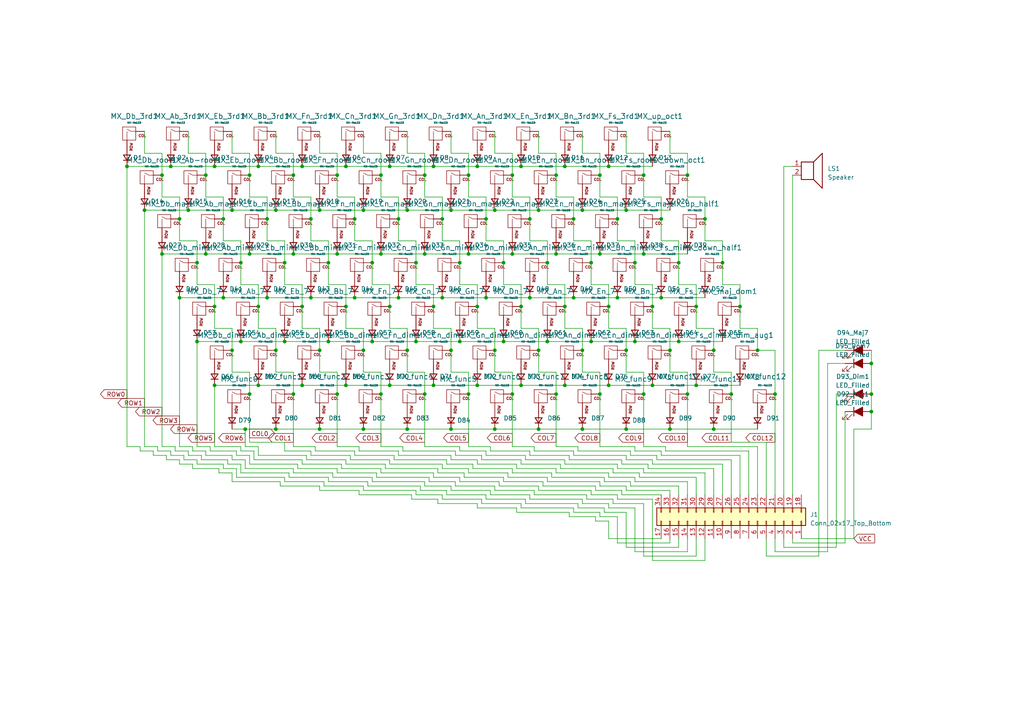
<source format=kicad_sch>
(kicad_sch (version 20230121) (generator eeschema)
  (paper "A4")
  (title_block (title "Synharmonium Bass Keyboard, Prototyping Master") (date "2023-04-06") (rev "0.1"))
  (junction (at 59.69 50.8))
  (junction (at 130.81 124.46))
  (junction (at 148.59 114.3))
  (junction (at 107.95 76.2))
  (junction (at 87.63 88.9))
  (junction (at 80.01 124.46))
  (junction (at 158.75 99.06))
  (junction (at 52.07 86.36))
  (junction (at 64.77 63.5))
  (junction (at 199.39 114.3))
  (junction (at 168.91 124.46))
  (junction (at 153.67 63.5))
  (junction (at 186.69 73.66))
  (junction (at 46.99 50.8))
  (junction (at 140.97 86.36))
  (junction (at 191.77 86.36))
  (junction (at 153.67 86.36))
  (junction (at 176.53 111.76))
  (junction (at 72.39 50.8))
  (junction (at 184.15 76.2))
  (junction (at 209.55 76.2))
  (junction (at 80.01 101.6))
  (junction (at 90.17 63.5))
  (junction (at 130.81 60.96))
  (junction (at 194.31 124.46))
  (junction (at 69.85 99.06))
  (junction (at 102.87 63.5))
  (junction (at 128.27 86.36))
  (junction (at 92.71 60.96))
  (junction (at 74.93 48.26))
  (junction (at 173.99 114.3))
  (junction (at 80.01 60.96))
  (junction (at 62.23 111.76))
  (junction (at 123.19 114.3))
  (junction (at 74.93 88.9))
  (junction (at 71.12 124.46))
  (junction (at 120.65 99.06))
  (junction (at 97.79 50.8))
  (junction (at 100.33 88.9))
  (junction (at 62.23 48.26))
  (junction (at 115.57 63.5))
  (junction (at 110.49 50.8))
  (junction (at 151.13 111.76))
  (junction (at 156.21 60.96))
  (junction (at 161.29 50.8))
  (junction (at 173.99 50.8))
  (junction (at 100.33 111.76))
  (junction (at 115.57 86.36))
  (junction (at 181.61 60.96))
  (junction (at 181.61 101.6))
  (junction (at 196.85 76.2))
  (junction (at 41.91 60.96))
  (junction (at 143.51 101.6))
  (junction (at 171.45 99.06))
  (junction (at 196.85 99.06))
  (junction (at 194.31 101.6))
  (junction (at 54.61 60.96))
  (junction (at 171.45 76.2))
  (junction (at 146.05 76.2))
  (junction (at 97.79 114.3))
  (junction (at 189.23 111.76))
  (junction (at 224.79 114.3))
  (junction (at 97.79 73.66))
  (junction (at 191.77 63.5))
  (junction (at 77.47 86.36))
  (junction (at 67.31 101.6))
  (junction (at 46.99 73.66))
  (junction (at 107.95 99.06))
  (junction (at 156.21 124.46))
  (junction (at 133.35 99.06))
  (junction (at 74.93 111.76))
  (junction (at 85.09 114.3))
  (junction (at 100.33 48.26))
  (junction (at 87.63 48.26))
  (junction (at 151.13 88.9))
  (junction (at 52.07 63.5))
  (junction (at 173.99 73.66))
  (junction (at 113.03 88.9))
  (junction (at 118.11 101.6))
  (junction (at 189.23 88.9))
  (junction (at 113.03 48.26))
  (junction (at 207.01 101.6))
  (junction (at 135.89 73.66))
  (junction (at 125.73 48.26))
  (junction (at 161.29 114.3))
  (junction (at 143.51 124.46))
  (junction (at 163.83 88.9))
  (junction (at 69.85 76.2))
  (junction (at 135.89 114.3))
  (junction (at 92.71 124.46))
  (junction (at 118.11 124.46))
  (junction (at 118.11 60.96))
  (junction (at 252.73 114.3))
  (junction (at 110.49 73.66))
  (junction (at 72.39 114.3))
  (junction (at 163.83 48.26))
  (junction (at 105.41 60.96))
  (junction (at 110.49 114.3))
  (junction (at 168.91 60.96))
  (junction (at 95.25 99.06))
  (junction (at 207.01 124.46))
  (junction (at 161.29 73.66))
  (junction (at 156.21 101.6))
  (junction (at 168.91 101.6))
  (junction (at 184.15 99.06))
  (junction (at 212.09 114.3))
  (junction (at 102.87 86.36))
  (junction (at 135.89 50.8))
  (junction (at 87.63 111.76))
  (junction (at 204.47 63.5))
  (junction (at 151.13 48.26))
  (junction (at 181.61 124.46))
  (junction (at 133.35 76.2))
  (junction (at 163.83 111.76))
  (junction (at 123.19 73.66))
  (junction (at 90.17 86.36))
  (junction (at 252.73 119.38))
  (junction (at 125.73 88.9))
  (junction (at 85.09 73.66))
  (junction (at 138.43 88.9))
  (junction (at 148.59 73.66))
  (junction (at 214.63 88.9))
  (junction (at 85.09 50.8))
  (junction (at 128.27 63.5))
  (junction (at 105.41 101.6))
  (junction (at 123.19 50.8))
  (junction (at 199.39 50.8))
  (junction (at 82.55 76.2))
  (junction (at 166.37 86.36))
  (junction (at 36.83 48.26))
  (junction (at 148.59 50.8))
  (junction (at 143.51 60.96))
  (junction (at 77.47 63.5))
  (junction (at 113.03 111.76))
  (junction (at 166.37 63.5))
  (junction (at 186.69 50.8))
  (junction (at 92.71 101.6))
  (junction (at 146.05 99.06))
  (junction (at 179.07 86.36))
  (junction (at 57.15 99.06))
  (junction (at 125.73 111.76))
  (junction (at 62.23 88.9))
  (junction (at 219.71 101.6))
  (junction (at 59.69 73.66))
  (junction (at 105.41 124.46))
  (junction (at 179.07 63.5))
  (junction (at 49.53 48.26))
  (junction (at 67.31 60.96))
  (junction (at 201.93 111.76))
  (junction (at 138.43 111.76))
  (junction (at 176.53 88.9))
  (junction (at 95.25 76.2))
  (junction (at 82.55 99.06))
  (junction (at 57.15 76.2))
  (junction (at 158.75 76.2))
  (junction (at 120.65 76.2))
  (junction (at 64.77 86.36))
  (junction (at 176.53 48.26))
  (junction (at 72.39 73.66))
  (junction (at 138.43 48.26))
  (junction (at 186.69 114.3))
  (junction (at 201.93 88.9))
  (junction (at 252.73 105.41))
  (junction (at 130.81 101.6))
  (junction (at 140.97 63.5))
  (wire (pts (xy 199.39 129.54) (xy 219.71 129.54)))
  (wire (pts (xy 125.73 111.76) (xy 113.03 111.76)))
  (wire (pts (xy 105.41 142.24) (xy 120.65 142.24)))
  (wire (pts (xy 128.27 69.85) (xy 133.35 69.85)))
  (wire (pts (xy 189.23 134.62) (xy 209.55 134.62)))
  (wire (pts (xy 115.57 69.85) (xy 120.65 69.85)))
  (wire (pts (xy 128.27 63.5) (xy 128.27 69.85)))
  (wire (pts (xy 180.34 143.51) (xy 191.77 143.51)))
  (wire (pts (xy 97.79 57.15) (xy 102.87 57.15)))
  (wire (pts (xy 87.63 82.55) (xy 87.63 88.9)))
  (wire (pts (xy 101.6 132.08) (xy 90.17 132.08)))
  (wire (pts (xy 177.8 137.16) (xy 185.42 137.16)))
  (wire (pts (xy 110.49 129.54) (xy 116.84 129.54)))
  (wire (pts (xy 123.19 57.15) (xy 128.27 57.15)))
  (wire (pts (xy 105.41 60.96) (xy 92.71 60.96)))
  (wire (pts (xy 207.01 135.89) (xy 207.01 143.51)))
  (wire (pts (xy 158.75 69.85) (xy 158.75 76.2)))
  (wire (pts (xy 177.8 146.05) (xy 186.69 146.05)))
  (wire (pts (xy 175.26 148.59) (xy 181.61 148.59)))
  (wire (pts (xy 40.64 130.81) (xy 44.45 130.81)))
  (wire (pts (xy 92.71 140.97) (xy 92.71 142.24)))
  (wire (pts (xy 46.99 57.15) (xy 46.99 50.8)))
  (wire (pts (xy 179.07 86.36) (xy 166.37 86.36)))
  (wire (pts (xy 59.69 130.81) (xy 55.88 130.81)))
  (wire (pts (xy 191.77 57.15) (xy 191.77 63.5)))
  (wire (pts (xy 114.3 132.08) (xy 114.3 133.35)))
  (wire (pts (xy 58.42 132.08) (xy 58.42 133.35)))
  (wire (pts (xy 177.8 135.89) (xy 177.8 137.16)))
  (wire (pts (xy 105.41 124.46) (xy 118.11 124.46)))
  (wire (pts (xy 247.65 156.21) (xy 232.41 156.21)))
  (wire (pts (xy 125.73 48.26) (xy 113.03 48.26)))
  (wire (pts (xy 97.79 50.8) (xy 97.79 57.15)))
  (wire (pts (xy 161.29 137.16) (xy 176.53 137.16)))
  (wire (pts (xy 146.05 99.06) (xy 133.35 99.06)))
  (wire (pts (xy 72.39 44.45) (xy 72.39 50.8)))
  (wire (pts (xy 127 137.16) (xy 134.62 137.16)))
  (wire (pts (xy 54.61 38.1) (xy 54.61 44.45)))
  (wire (pts (xy 71.12 135.89) (xy 71.12 133.35)))
  (wire (pts (xy 85.09 50.8) (xy 85.09 57.15)))
  (wire (pts (xy 168.91 38.1) (xy 168.91 44.45)))
  (wire (pts (xy 92.71 95.25) (xy 92.71 101.6)))
  (wire (pts (xy 80.01 95.25) (xy 80.01 101.6)))
  (wire (pts (xy 186.69 114.3) (xy 186.69 129.54)))
  (wire (pts (xy 153.67 130.81) (xy 153.67 132.08)))
  (wire (pts (xy 113.03 111.76) (xy 100.33 111.76)))
  (wire (pts (xy 130.81 44.45) (xy 135.89 44.45)))
  (wire (pts (xy 67.31 132.08) (xy 59.69 132.08)))
  (wire (pts (xy 93.98 140.97) (xy 105.41 140.97)))
  (wire (pts (xy 176.53 48.26) (xy 163.83 48.26)))
  (wire (pts (xy 118.11 38.1) (xy 118.11 44.45)))
  (wire (pts (xy 85.09 129.54) (xy 91.44 129.54)))
  (wire (pts (xy 173.99 114.3) (xy 173.99 129.54)))
  (wire (pts (xy 71.12 124.46) (xy 80.01 124.46)))
  (wire (pts (xy 115.57 57.15) (xy 115.57 63.5)))
  (wire (pts (xy 74.93 129.54) (xy 74.93 132.08)))
  (wire (pts (xy 151.13 95.25) (xy 156.21 95.25)))
  (wire (pts (xy 201.93 138.43) (xy 201.93 143.51)))
  (wire (pts (xy 214.63 132.08) (xy 214.63 143.51)))
  (wire (pts (xy 187.96 135.89) (xy 207.01 135.89)))
  (wire (pts (xy 189.23 48.26) (xy 176.53 48.26)))
  (wire (pts (xy 152.4 133.35) (xy 163.83 133.35)))
  (wire (pts (xy 156.21 44.45) (xy 161.29 44.45)))
  (wire (pts (xy 120.65 99.06) (xy 107.95 99.06)))
  (wire (pts (xy 69.85 69.85) (xy 69.85 76.2)))
  (wire (pts (xy 209.55 69.85) (xy 209.55 76.2)))
  (wire (pts (xy 196.85 140.97) (xy 196.85 143.51)))
  (wire (pts (xy 100.33 134.62) (xy 111.76 134.62)))
  (wire (pts (xy 153.67 63.5) (xy 153.67 69.85)))
  (wire (pts (xy 166.37 86.36) (xy 153.67 86.36)))
  (wire (pts (xy 74.93 95.25) (xy 80.01 95.25)))
  (wire (pts (xy 148.59 107.95) (xy 148.59 114.3)))
  (wire (pts (xy 252.73 114.3) (xy 252.73 119.38)))
  (wire (pts (xy 81.28 140.97) (xy 92.71 140.97)))
  (wire (pts (xy 82.55 99.06) (xy 69.85 99.06)))
  (wire (pts (xy 245.11 101.6) (xy 237.49 101.6)))
  (wire (pts (xy 85.09 57.15) (xy 90.17 57.15)))
  (wire (pts (xy 156.21 107.95) (xy 161.29 107.95)))
  (wire (pts (xy 91.44 130.81) (xy 102.87 130.81)))
  (wire (pts (xy 180.34 133.35) (xy 180.34 134.62)))
  (wire (pts (xy 224.79 101.6) (xy 224.79 114.3)))
  (wire (pts (xy 151.13 111.76) (xy 138.43 111.76)))
  (wire (pts (xy 240.03 160.02) (xy 224.79 160.02)))
  (wire (pts (xy 110.49 57.15) (xy 115.57 57.15)))
  (wire (pts (xy 168.91 95.25) (xy 168.91 101.6)))
  (wire (pts (xy 73.66 130.81) (xy 73.66 133.35)))
  (wire (pts (xy 116.84 130.81) (xy 132.08 130.81)))
  (wire (pts (xy 100.33 111.76) (xy 87.63 111.76)))
  (wire (pts (xy 95.25 138.43) (xy 95.25 139.7)))
  (wire (pts (xy 252.73 101.6) (xy 252.73 105.41)))
  (wire (pts (xy 133.35 69.85) (xy 133.35 76.2)))
  (wire (pts (xy 96.52 137.16) (xy 85.09 137.16)))
  (wire (pts (xy 207.01 101.6) (xy 207.01 107.95)))
  (wire (pts (xy 138.43 133.35) (xy 138.43 134.62)))
  (wire (pts (xy 147.32 137.16) (xy 135.89 137.16)))
  (wire (pts (xy 105.41 101.6) (xy 105.41 107.95)))
  (wire (pts (xy 252.73 124.46) (xy 247.65 124.46)))
  (wire (pts (xy 201.93 161.29) (xy 186.69 161.29)))
  (wire (pts (xy 59.69 50.8) (xy 59.69 57.15)))
  (wire (pts (xy 148.59 57.15) (xy 153.67 57.15)))
  (wire (pts (xy 161.29 73.66) (xy 173.99 73.66)))
  (wire (pts (xy 156.21 140.97) (xy 156.21 142.24)))
  (wire (pts (xy 139.7 144.78) (xy 139.7 146.05)))
  (wire (pts (xy 133.35 99.06) (xy 120.65 99.06)))
  (wire (pts (xy 148.59 129.54) (xy 154.94 129.54)))
  (wire (pts (xy 175.26 138.43) (xy 175.26 139.7)))
  (wire (pts (xy 224.79 114.3) (xy 224.79 143.51)))
  (wire (pts (xy 87.63 111.76) (xy 74.93 111.76)))
  (wire (pts (xy 62.23 88.9) (xy 62.23 82.55)))
  (wire (pts (xy 156.21 60.96) (xy 143.51 60.96)))
  (wire (pts (xy 186.69 73.66) (xy 173.99 73.66)))
  (wire (pts (xy 156.21 124.46) (xy 168.91 124.46)))
  (wire (pts (xy 135.89 107.95) (xy 135.89 114.3)))
  (wire (pts (xy 161.29 114.3) (xy 161.29 129.54)))
  (wire (pts (xy 55.88 130.81) (xy 55.88 129.54)))
  (wire (pts (xy 161.29 50.8) (xy 161.29 57.15)))
  (wire (pts (xy 186.69 44.45) (xy 186.69 50.8)))
  (wire (pts (xy 158.75 139.7) (xy 158.75 138.43)))
  (wire (pts (xy 119.38 143.51) (xy 119.38 144.78)))
  (wire (pts (xy 121.92 140.97) (xy 121.92 142.24)))
  (wire (pts (xy 53.34 133.35) (xy 57.15 133.35)))
  (wire (pts (xy 41.91 44.45) (xy 41.91 38.1)))
  (wire (pts (xy 207.01 95.25) (xy 207.01 101.6)))
  (wire (pts (xy 53.34 132.08) (xy 53.34 133.35)))
  (wire (pts (xy 209.55 82.55) (xy 214.63 82.55)))
  (wire (pts (xy 187.96 134.62) (xy 187.96 135.89)))
  (wire (pts (xy 67.31 133.35) (xy 67.31 132.08)))
  (wire (pts (xy 179.07 63.5) (xy 179.07 69.85)))
  (wire (pts (xy 196.85 76.2) (xy 196.85 82.55)))
  (wire (pts (xy 171.45 142.24) (xy 171.45 143.51)))
  (wire (pts (xy 156.21 142.24) (xy 171.45 142.24)))
  (wire (pts (xy 154.94 130.81) (xy 166.37 130.81)))
  (wire (pts (xy 194.31 107.95) (xy 199.39 107.95)))
  (wire (pts (xy 176.53 82.55) (xy 176.53 88.9)))
  (wire (pts (xy 115.57 132.08) (xy 130.81 132.08)))
  (wire (pts (xy 109.22 138.43) (xy 124.46 138.43)))
  (wire (pts (xy 157.48 140.97) (xy 172.72 140.97)))
  (wire (pts (xy 59.69 132.08) (xy 59.69 130.81)))
  (wire (pts (xy 146.05 138.43) (xy 146.05 139.7)))
  (wire (pts (xy 181.61 132.08) (xy 181.61 133.35)))
  (wire (pts (xy 125.73 138.43) (xy 133.35 138.43)))
  (wire (pts (xy 186.69 57.15) (xy 191.77 57.15)))
  (wire (pts (xy 92.71 107.95) (xy 97.79 107.95)))
  (wire (pts (xy 166.37 132.08) (xy 181.61 132.08)))
  (wire (pts (xy 55.88 135.89) (xy 63.5 135.89)))
  (wire (pts (xy 92.71 38.1) (xy 92.71 44.45)))
  (wire (pts (xy 57.15 76.2) (xy 57.15 69.85)))
  (wire (pts (xy 189.23 133.35) (xy 189.23 134.62)))
  (wire (pts (xy 134.62 137.16) (xy 134.62 138.43)))
  (wire (pts (xy 177.8 144.78) (xy 177.8 146.05)))
  (wire (pts (xy 128.27 144.78) (xy 139.7 144.78)))
  (wire (pts (xy 102.87 86.36) (xy 90.17 86.36)))
  (wire (pts (xy 152.4 146.05) (xy 167.64 146.05)))
  (wire (pts (xy 252.73 105.41) (xy 252.73 114.3)))
  (wire (pts (xy 194.31 142.24) (xy 181.61 142.24)))
  (wire (pts (xy 196.85 99.06) (xy 184.15 99.06)))
  (wire (pts (xy 72.39 132.08) (xy 72.39 134.62)))
  (wire (pts (xy 171.45 143.51) (xy 179.07 143.51)))
  (wire (pts (xy 144.78 139.7) (xy 144.78 140.97)))
  (wire (pts (xy 60.96 130.81) (xy 68.58 130.81)))
  (wire (pts (xy 87.63 48.26) (xy 74.93 48.26)))
  (wire (pts (xy 143.51 140.97) (xy 143.51 142.24)))
  (wire (pts (xy 140.97 63.5) (xy 140.97 69.85)))
  (wire (pts (xy 201.93 88.9) (xy 201.93 95.25)))
  (wire (pts (xy 111.76 135.89) (xy 127 135.89)))
  (wire (pts (xy 179.07 134.62) (xy 179.07 135.89)))
  (wire (pts (xy 196.85 156.21) (xy 196.85 158.75)))
  (wire (pts (xy 71.12 124.46) (xy 71.12 129.54)))
  (wire (pts (xy 87.63 95.25) (xy 92.71 95.25)))
  (wire (pts (xy 123.19 50.8) (xy 123.19 57.15)))
  (wire (pts (xy 90.17 132.08) (xy 90.17 130.81)))
  (wire (pts (xy 157.48 139.7) (xy 157.48 140.97)))
  (wire (pts (xy 135.89 135.89) (xy 128.27 135.89)))
  (wire (pts (xy 138.43 146.05) (xy 138.43 147.32)))
  (wire (pts (xy 129.54 133.35) (xy 129.54 134.62)))
  (wire (pts (xy 167.64 146.05) (xy 167.64 147.32)))
  (wire (pts (xy 158.75 82.55) (xy 163.83 82.55)))
  (wire (pts (xy 48.26 132.08) (xy 48.26 133.35)))
  (wire (pts (xy 133.35 129.54) (xy 133.35 130.81)))
  (wire (pts (xy 227.33 143.51) (xy 227.33 48.26)))
  (wire (pts (xy 153.67 57.15) (xy 153.67 63.5)))
  (wire (pts (xy 227.33 158.75) (xy 227.33 156.21)))
  (wire (pts (xy 54.61 60.96) (xy 41.91 60.96)))
  (wire (pts (xy 107.95 138.43) (xy 96.52 138.43)))
  (wire (pts (xy 194.31 60.96) (xy 181.61 60.96)))
  (wire (pts (xy 57.15 133.35) (xy 57.15 134.62)))
  (wire (pts (xy 48.26 133.35) (xy 52.07 133.35)))
  (wire (pts (xy 194.31 157.48) (xy 179.07 157.48)))
  (wire (pts (xy 46.99 50.8) (xy 46.99 44.45)))
  (wire (pts (xy 143.51 95.25) (xy 143.51 101.6)))
  (wire (pts (xy 172.72 140.97) (xy 172.72 142.24)))
  (wire (pts (xy 118.11 101.6) (xy 118.11 107.95)))
  (wire (pts (xy 138.43 111.76) (xy 125.73 111.76)))
  (wire (pts (xy 110.49 137.16) (xy 125.73 137.16)))
  (wire (pts (xy 72.39 57.15) (xy 77.47 57.15)))
  (wire (pts (xy 90.17 57.15) (xy 90.17 63.5)))
  (wire (pts (xy 153.67 144.78) (xy 153.67 143.51)))
  (wire (pts (xy 133.35 76.2) (xy 133.35 82.55)))
  (wire (pts (xy 85.09 107.95) (xy 85.09 114.3)))
  (wire (pts (xy 59.69 73.66) (xy 46.99 73.66)))
  (wire (pts (xy 163.83 111.76) (xy 151.13 111.76)))
  (wire (pts (xy 123.19 73.66) (xy 110.49 73.66)))
  (wire (pts (xy 130.81 133.35) (xy 138.43 133.35)))
  (wire (pts (xy 49.53 132.08) (xy 53.34 132.08)))
  (wire (pts (xy 138.43 95.25) (xy 143.51 95.25)))
  (wire (pts (xy 57.15 129.54) (xy 60.96 129.54)))
  (wire (pts (xy 204.47 69.85) (xy 209.55 69.85)))
  (wire (pts (xy 171.45 82.55) (xy 176.53 82.55)))
  (wire (pts (xy 170.18 143.51) (xy 170.18 144.78)))
  (wire (pts (xy 110.49 50.8) (xy 110.49 57.15)))
  (wire (pts (xy 93.98 139.7) (xy 93.98 140.97)))
  (wire (pts (xy 245.11 114.3) (xy 242.57 114.3)))
  (wire (pts (xy 95.25 139.7) (xy 106.68 139.7)))
  (wire (pts (xy 180.34 142.24) (xy 180.34 143.51)))
  (wire (pts (xy 156.21 38.1) (xy 156.21 44.45)))
  (wire (pts (xy 245.11 157.48) (xy 229.87 157.48)))
  (wire (pts (xy 105.41 107.95) (xy 110.49 107.95)))
  (wire (pts (xy 176.53 111.76) (xy 163.83 111.76)))
  (wire (pts (xy 67.31 139.7) (xy 81.28 139.7)))
  (wire (pts (xy 191.77 69.85) (xy 196.85 69.85)))
  (wire (pts (xy 138.43 147.32) (xy 149.86 147.32)))
  (wire (pts (xy 62.23 95.25) (xy 62.23 88.9)))
  (wire (pts (xy 153.67 86.36) (xy 140.97 86.36)))
  (wire (pts (xy 95.25 99.06) (xy 82.55 99.06)))
  (wire (pts (xy 212.09 114.3) (xy 212.09 128.27)))
  (wire (pts (xy 199.39 57.15) (xy 204.47 57.15)))
  (wire (pts (xy 227.33 48.26) (xy 229.87 48.26)))
  (wire (pts (xy 99.06 134.62) (xy 99.06 135.89)))
  (wire (pts (xy 193.04 130.81) (xy 217.17 130.81)))
  (wire (pts (xy 173.99 140.97) (xy 173.99 139.7)))
  (wire (pts (xy 160.02 137.16) (xy 160.02 138.43)))
  (wire (pts (xy 54.61 132.08) (xy 58.42 132.08)))
  (wire (pts (xy 92.71 101.6) (xy 92.71 107.95)))
  (wire (pts (xy 68.58 135.89) (xy 68.58 138.43)))
  (wire (pts (xy 71.12 133.35) (xy 67.31 133.35)))
  (wire (pts (xy 176.53 151.13) (xy 176.53 156.21)))
  (wire (pts (xy 189.23 88.9) (xy 189.23 95.25)))
  (wire (pts (xy 153.67 132.08) (xy 165.1 132.08)))
  (wire (pts (xy 54.61 130.81) (xy 54.61 132.08)))
  (wire (pts (xy 171.45 69.85) (xy 171.45 76.2)))
  (wire (pts (xy 179.07 135.89) (xy 186.69 135.89)))
  (wire (pts (xy 179.07 143.51) (xy 179.07 144.78)))
  (wire (pts (xy 64.77 69.85) (xy 69.85 69.85)))
  (wire (pts (xy 204.47 57.15) (xy 204.47 63.5)))
  (wire (pts (xy 133.35 82.55) (xy 138.43 82.55)))
  (wire (pts (xy 181.61 140.97) (xy 173.99 140.97)))
  (wire (pts (xy 184.15 99.06) (xy 171.45 99.06)))
  (wire (pts (xy 125.73 82.55) (xy 125.73 88.9)))
  (wire (pts (xy 149.86 148.59) (xy 165.1 148.59)))
  (wire (pts (xy 49.53 130.81) (xy 49.53 132.08)))
  (wire (pts (xy 161.29 73.66) (xy 148.59 73.66)))
  (wire (pts (xy 184.15 147.32) (xy 176.53 147.32)))
  (wire (pts (xy 151.13 48.26) (xy 138.43 48.26)))
  (wire (pts (xy 143.51 124.46) (xy 156.21 124.46)))
  (wire (pts (xy 191.77 132.08) (xy 214.63 132.08)))
  (wire (pts (xy 50.8 129.54) (xy 50.8 130.81)))
  (wire (pts (xy 36.83 129.54) (xy 40.64 129.54)))
  (wire (pts (xy 113.03 133.35) (xy 101.6 133.35)))
  (wire (pts (xy 111.76 134.62) (xy 111.76 135.89)))
  (wire (pts (xy 224.79 101.6) (xy 219.71 101.6)))
  (wire (pts (xy 162.56 135.89) (xy 177.8 135.89)))
  (wire (pts (xy 57.15 69.85) (xy 52.07 69.85)))
  (wire (pts (xy 140.97 144.78) (xy 152.4 144.78)))
  (wire (pts (xy 165.1 149.86) (xy 172.72 149.86)))
  (wire (pts (xy 154.94 142.24) (xy 154.94 143.51)))
  (wire (pts (xy 191.77 156.21) (xy 176.53 156.21)))
  (wire (pts (xy 125.73 88.9) (xy 125.73 95.25)))
  (wire (pts (xy 123.19 114.3) (xy 123.19 129.54)))
  (wire (pts (xy 182.88 139.7) (xy 182.88 140.97)))
  (wire (pts (xy 72.39 50.8) (xy 72.39 57.15)))
  (wire (pts (xy 68.58 130.81) (xy 68.58 132.08)))
  (wire (pts (xy 175.26 139.7) (xy 182.88 139.7)))
  (wire (pts (xy 62.23 82.55) (xy 57.15 82.55)))
  (wire (pts (xy 64.77 134.62) (xy 64.77 135.89)))
  (wire (pts (xy 135.89 137.16) (xy 135.89 135.89)))
  (wire (pts (xy 172.72 149.86) (xy 172.72 151.13)))
  (wire (pts (xy 80.01 101.6) (xy 80.01 107.95)))
  (wire (pts (xy 41.91 129.54) (xy 45.72 129.54)))
  (wire (pts (xy 123.19 140.97) (xy 123.19 139.7)))
  (wire (pts (xy 165.1 133.35) (xy 180.34 133.35)))
  (wire (pts (xy 124.46 139.7) (xy 132.08 139.7)))
  (wire (pts (xy 107.95 82.55) (xy 113.03 82.55)))
  (wire (pts (xy 77.47 63.5) (xy 77.47 69.85)))
  (wire (pts (xy 64.77 86.36) (xy 52.07 86.36)))
  (wire (pts (xy 121.92 142.24) (xy 129.54 142.24)))
  (wire (pts (xy 46.99 129.54) (xy 50.8 129.54)))
  (wire (pts (xy 120.65 69.85) (xy 120.65 76.2)))
  (wire (pts (xy 113.03 88.9) (xy 113.03 95.25)))
  (wire (pts (xy 181.61 101.6) (xy 181.61 107.95)))
  (wire (pts (xy 88.9 133.35) (xy 100.33 133.35)))
  (wire (pts (xy 143.51 101.6) (xy 143.51 107.95)))
  (wire (pts (xy 130.81 140.97) (xy 123.19 140.97)))
  (wire (pts (xy 44.45 130.81) (xy 44.45 132.08)))
  (wire (pts (xy 74.93 111.76) (xy 62.23 111.76)))
  (wire (pts (xy 135.89 129.54) (xy 142.24 129.54)))
  (wire (pts (xy 181.61 38.1) (xy 181.61 44.45)))
  (wire (pts (xy 134.62 138.43) (xy 146.05 138.43)))
  (wire (pts (xy 149.86 134.62) (xy 149.86 135.89)))
  (wire (pts (xy 92.71 142.24) (xy 104.14 142.24)))
  (wire (pts (xy 186.69 129.54) (xy 193.04 129.54)))
  (wire (pts (xy 97.79 73.66) (xy 85.09 73.66)))
  (wire (pts (xy 85.09 114.3) (xy 85.09 129.54)))
  (wire (pts (xy 90.17 69.85) (xy 95.25 69.85)))
  (wire (pts (xy 171.45 99.06) (xy 158.75 99.06)))
  (wire (pts (xy 90.17 130.81) (xy 82.55 130.81)))
  (wire (pts (xy 148.59 137.16) (xy 160.02 137.16)))
  (wire (pts (xy 166.37 130.81) (xy 166.37 132.08)))
  (wire (pts (xy 172.72 151.13) (xy 176.53 151.13)))
  (wire (pts (xy 127 135.89) (xy 127 137.16)))
  (wire (pts (xy 69.85 130.81) (xy 73.66 130.81)))
  (wire (pts (xy 87.63 134.62) (xy 99.06 134.62)))
  (wire (pts (xy 118.11 44.45) (xy 123.19 44.45)))
  (wire (pts (xy 163.83 88.9) (xy 163.83 95.25)))
  (wire (pts (xy 82.55 69.85) (xy 82.55 76.2)))
  (wire (pts (xy 214.63 88.9) (xy 214.63 95.25)))
  (wire (pts (xy 199.39 44.45) (xy 199.39 50.8)))
  (wire (pts (xy 199.39 156.21) (xy 199.39 160.02)))
  (wire (pts (xy 168.91 124.46) (xy 181.61 124.46)))
  (wire (pts (xy 120.65 142.24) (xy 120.65 143.51)))
  (wire (pts (xy 207.01 124.46) (xy 219.71 124.46)))
  (wire (pts (xy 165.1 132.08) (xy 165.1 133.35)))
  (wire (pts (xy 67.31 101.6) (xy 67.31 95.25)))
  (wire (pts (xy 124.46 138.43) (xy 124.46 139.7)))
  (wire (pts (xy 92.71 124.46) (xy 105.41 124.46)))
  (wire (pts (xy 194.31 38.1) (xy 194.31 44.45)))
  (wire (pts (xy 129.54 142.24) (xy 129.54 143.51)))
  (wire (pts (xy 209.55 76.2) (xy 209.55 82.55)))
  (wire (pts (xy 60.96 129.54) (xy 60.96 130.81)))
  (wire (pts (xy 156.21 101.6) (xy 156.21 107.95)))
  (wire (pts (xy 140.97 86.36) (xy 128.27 86.36)))
  (wire (pts (xy 207.01 107.95) (xy 212.09 107.95)))
  (wire (pts (xy 219.71 129.54) (xy 219.71 143.51)))
  (wire (pts (xy 142.24 142.24) (xy 130.81 142.24)))
  (wire (pts (xy 80.01 38.1) (xy 80.01 44.45)))
  (wire (pts (xy 167.64 130.81) (xy 182.88 130.81)))
  (wire (pts (xy 63.5 137.16) (xy 67.31 137.16)))
  (wire (pts (xy 201.93 111.76) (xy 189.23 111.76)))
  (wire (pts (xy 46.99 73.66) (xy 46.99 129.54)))
  (wire (pts (xy 166.37 147.32) (xy 166.37 148.59)))
  (wire (pts (xy 185.42 137.16) (xy 185.42 138.43)))
  (wire (pts (xy 64.77 135.89) (xy 68.58 135.89)))
  (wire (pts (xy 176.53 88.9) (xy 176.53 95.25)))
  (wire (pts (xy 52.07 134.62) (xy 55.88 134.62)))
  (wire (pts (xy 72.39 114.3) (xy 72.39 128.27)))
  (wire (pts (xy 46.99 44.45) (xy 41.91 44.45)))
  (wire (pts (xy 67.31 95.25) (xy 62.23 95.25)))
  (wire (pts (xy 83.82 137.16) (xy 83.82 138.43)))
  (wire (pts (xy 92.71 44.45) (xy 97.79 44.45)))
  (wire (pts (xy 67.31 124.46) (xy 71.12 124.46)))
  (wire (pts (xy 82.55 138.43) (xy 82.55 139.7)))
  (wire (pts (xy 153.67 143.51) (xy 142.24 143.51)))
  (wire (pts (xy 161.29 57.15) (xy 166.37 57.15)))
  (wire (pts (xy 69.85 129.54) (xy 69.85 130.81)))
  (wire (pts (xy 184.15 82.55) (xy 189.23 82.55)))
  (wire (pts (xy 100.33 88.9) (xy 100.33 95.25)))
  (wire (pts (xy 90.17 86.36) (xy 77.47 86.36)))
  (wire (pts (xy 118.11 124.46) (xy 130.81 124.46)))
  (wire (pts (xy 212.09 133.35) (xy 212.09 143.51)))
  (wire (pts (xy 100.33 82.55) (xy 100.33 88.9)))
  (wire (pts (xy 104.14 143.51) (xy 119.38 143.51)))
  (wire (pts (xy 190.5 133.35) (xy 212.09 133.35)))
  (wire (pts (xy 101.6 133.35) (xy 101.6 132.08)))
  (wire (pts (xy 144.78 140.97) (xy 156.21 140.97)))
  (wire (pts (xy 190.5 132.08) (xy 190.5 133.35)))
  (wire (pts (xy 168.91 101.6) (xy 168.91 107.95)))
  (wire (pts (xy 127 144.78) (xy 127 146.05)))
  (wire (pts (xy 204.47 63.5) (xy 204.47 69.85)))
  (wire (pts (xy 52.07 69.85) (xy 52.07 63.5)))
  (wire (pts (xy 176.53 95.25) (xy 181.61 95.25)))
  (wire (pts (xy 194.31 101.6) (xy 194.31 107.95)))
  (wire (pts (xy 130.81 60.96) (xy 118.11 60.96)))
  (wire (pts (xy 41.91 60.96) (xy 41.91 129.54)))
  (wire (pts (xy 110.49 44.45) (xy 110.49 50.8)))
  (wire (pts (xy 123.19 44.45) (xy 123.19 50.8)))
  (wire (pts (xy 146.05 76.2) (xy 146.05 82.55)))
  (wire (pts (xy 204.47 137.16) (xy 204.47 143.51)))
  (wire (pts (xy 62.23 111.76) (xy 62.23 129.54)))
  (wire (pts (xy 191.77 86.36) (xy 179.07 86.36)))
  (wire (pts (xy 105.41 44.45) (xy 110.49 44.45)))
  (wire (pts (xy 140.97 69.85) (xy 146.05 69.85)))
  (wire (pts (xy 138.43 88.9) (xy 138.43 95.25)))
  (wire (pts (xy 123.19 129.54) (xy 133.35 129.54)))
  (wire (pts (xy 69.85 137.16) (xy 83.82 137.16)))
  (wire (pts (xy 171.45 76.2) (xy 171.45 82.55)))
  (wire (pts (xy 110.49 73.66) (xy 97.79 73.66)))
  (wire (pts (xy 57.15 134.62) (xy 64.77 134.62)))
  (wire (pts (xy 77.47 86.36) (xy 64.77 86.36)))
  (wire (pts (xy 181.61 95.25) (xy 181.61 101.6)))
  (wire (pts (xy 173.99 107.95) (xy 173.99 114.3)))
  (wire (pts (xy 128.27 134.62) (xy 113.03 134.62)))
  (wire (pts (xy 217.17 130.81) (xy 217.17 143.51)))
  (wire (pts (xy 138.43 48.26) (xy 125.73 48.26)))
  (wire (pts (xy 97.79 135.89) (xy 97.79 137.16)))
  (wire (pts (xy 69.85 99.06) (xy 57.15 99.06)))
  (wire (pts (xy 110.49 135.89) (xy 110.49 137.16)))
  (wire (pts (xy 219.71 95.25) (xy 219.71 101.6)))
  (wire (pts (xy 229.87 143.51) (xy 229.87 50.8)))
  (wire (pts (xy 125.73 137.16) (xy 125.73 138.43)))
  (wire (pts (xy 115.57 130.81) (xy 115.57 132.08)))
  (wire (pts (xy 214.63 111.76) (xy 201.93 111.76)))
  (wire (pts (xy 113.03 134.62) (xy 113.03 133.35)))
  (wire (pts (xy 128.27 86.36) (xy 115.57 86.36)))
  (wire (pts (xy 201.93 95.25) (xy 207.01 95.25)))
  (wire (pts (xy 189.23 111.76) (xy 176.53 111.76)))
  (wire (pts (xy 52.07 57.15) (xy 52.07 63.5)))
  (wire (pts (xy 44.45 132.08) (xy 48.26 132.08)))
  (wire (pts (xy 69.85 134.62) (xy 69.85 137.16)))
  (wire (pts (xy 73.66 133.35) (xy 87.63 133.35)))
  (wire (pts (xy 166.37 57.15) (xy 166.37 63.5)))
  (wire (pts (xy 199.39 73.66) (xy 186.69 73.66)))
  (wire (pts (xy 140.97 57.15) (xy 140.97 63.5)))
  (wire (pts (xy 110.49 107.95) (xy 110.49 114.3)))
  (wire (pts (xy 163.83 95.25) (xy 168.91 95.25)))
  (wire (pts (xy 135.89 44.45) (xy 135.89 50.8)))
  (wire (pts (xy 69.85 76.2) (xy 69.85 82.55)))
  (wire (pts (xy 113.03 95.25) (xy 118.11 95.25)))
  (wire (pts (xy 189.23 95.25) (xy 194.31 95.25)))
  (wire (pts (xy 86.36 135.89) (xy 97.79 135.89)))
  (wire (pts (xy 151.13 82.55) (xy 151.13 88.9)))
  (wire (pts (xy 72.39 134.62) (xy 86.36 134.62)))
  (wire (pts (xy 130.81 107.95) (xy 135.89 107.95)))
  (wire (pts (xy 127 146.05) (xy 138.43 146.05)))
  (wire (pts (xy 149.86 147.32) (xy 149.86 148.59)))
  (wire (pts (xy 186.69 135.89) (xy 186.69 137.16)))
  (wire (pts (xy 67.31 107.95) (xy 67.31 101.6)))
  (wire (pts (xy 80.01 60.96) (xy 67.31 60.96)))
  (wire (pts (xy 166.37 63.5) (xy 166.37 69.85)))
  (wire (pts (xy 135.89 114.3) (xy 135.89 129.54)))
  (wire (pts (xy 132.08 132.08) (xy 139.7 132.08)))
  (wire (pts (xy 237.49 161.29) (xy 222.25 161.29)))
  (wire (pts (xy 209.55 99.06) (xy 196.85 99.06)))
  (wire (pts (xy 102.87 130.81) (xy 102.87 132.08)))
  (wire (pts (xy 95.25 69.85) (xy 95.25 76.2)))
  (wire (pts (xy 85.09 135.89) (xy 71.12 135.89)))
  (wire (pts (xy 129.54 134.62) (xy 137.16 134.62)))
  (wire (pts (xy 86.36 134.62) (xy 86.36 135.89)))
  (wire (pts (xy 52.07 86.36) (xy 52.07 129.54)))
  (wire (pts (xy 201.93 156.21) (xy 201.93 161.29)))
  (wire (pts (xy 132.08 130.81) (xy 132.08 132.08)))
  (wire (pts (xy 55.88 129.54) (xy 52.07 129.54)))
  (wire (pts (xy 64.77 63.5) (xy 64.77 69.85)))
  (wire (pts (xy 119.38 144.78) (xy 127 144.78)))
  (wire (pts (xy 139.7 146.05) (xy 151.13 146.05)))
  (wire (pts (xy 154.94 143.51) (xy 170.18 143.51)))
  (wire (pts (xy 199.39 139.7) (xy 199.39 143.51)))
  (wire (pts (xy 100.33 95.25) (xy 105.41 95.25)))
  (wire (pts (xy 72.39 128.27) (xy 82.55 128.27)))
  (wire (pts (xy 162.56 134.62) (xy 162.56 135.89)))
  (wire (pts (xy 143.51 142.24) (xy 154.94 142.24)))
  (wire (pts (xy 59.69 44.45) (xy 59.69 50.8)))
  (wire (pts (xy 107.95 69.85) (xy 107.95 76.2)))
  (wire (pts (xy 185.42 138.43) (xy 201.93 138.43)))
  (wire (pts (xy 123.19 139.7) (xy 107.95 139.7)))
  (wire (pts (xy 173.99 139.7) (xy 158.75 139.7)))
  (wire (pts (xy 62.23 129.54) (xy 69.85 129.54)))
  (wire (pts (xy 173.99 129.54) (xy 184.15 129.54)))
  (wire (pts (xy 168.91 144.78) (xy 153.67 144.78)))
  (wire (pts (xy 97.79 114.3) (xy 97.79 129.54)))
  (wire (pts (xy 214.63 95.25) (xy 219.71 95.25)))
  (wire (pts (xy 91.44 129.54) (xy 91.44 130.81)))
  (wire (pts (xy 148.59 50.8) (xy 148.59 57.15)))
  (wire (pts (xy 182.88 132.08) (xy 190.5 132.08)))
  (wire (pts (xy 92.71 60.96) (xy 80.01 60.96)))
  (wire (pts (xy 152.4 144.78) (xy 152.4 146.05)))
  (wire (pts (xy 135.89 50.8) (xy 135.89 57.15)))
  (wire (pts (xy 153.67 69.85) (xy 158.75 69.85)))
  (wire (pts (xy 222.25 156.21) (xy 222.25 161.29)))
  (wire (pts (xy 207.01 124.46) (xy 194.31 124.46)))
  (wire (pts (xy 77.47 69.85) (xy 82.55 69.85)))
  (wire (pts (xy 57.15 82.55) (xy 57.15 76.2)))
  (wire (pts (xy 137.16 135.89) (xy 148.59 135.89)))
  (wire (pts (xy 186.69 146.05) (xy 186.69 161.29)))
  (wire (pts (xy 181.61 107.95) (xy 186.69 107.95)))
  (wire (pts (xy 83.82 138.43) (xy 95.25 138.43)))
  (wire (pts (xy 175.26 147.32) (xy 175.26 148.59)))
  (wire (pts (xy 46.99 57.15) (xy 52.07 57.15)))
  (wire (pts (xy 45.72 129.54) (xy 45.72 130.81)))
  (wire (pts (xy 142.24 129.54) (xy 142.24 130.81)))
  (wire (pts (xy 199.39 114.3) (xy 199.39 129.54)))
  (wire (pts (xy 130.81 95.25) (xy 130.81 101.6)))
  (wire (pts (xy 143.51 107.95) (xy 148.59 107.95)))
  (wire (pts (xy 158.75 138.43) (xy 147.32 138.43)))
  (wire (pts (xy 163.83 134.62) (xy 179.07 134.62)))
  (wire (pts (xy 245.11 105.41) (xy 240.03 105.41)))
  (wire (pts (xy 82.55 82.55) (xy 87.63 82.55)))
  (wire (pts (xy 181.61 148.59) (xy 181.61 158.75)))
  (wire (pts (xy 167.64 129.54) (xy 167.64 130.81)))
  (wire (pts (xy 57.15 99.06) (xy 57.15 129.54)))
  (wire (pts (xy 224.79 156.21) (xy 224.79 160.02)))
  (wire (pts (xy 87.63 88.9) (xy 87.63 95.25)))
  (wire (pts (xy 154.94 129.54) (xy 154.94 130.81)))
  (wire (pts (xy 214.63 82.55) (xy 214.63 88.9)))
  (wire (pts (xy 176.53 137.16) (xy 176.53 138.43)))
  (wire (pts (xy 204.47 162.56) (xy 189.23 162.56)))
  (wire (pts (xy 168.91 60.96) (xy 156.21 60.96)))
  (wire (pts (xy 97.79 107.95) (xy 97.79 114.3)))
  (wire (pts (xy 143.51 60.96) (xy 130.81 60.96)))
  (wire (pts (xy 137.16 134.62) (xy 137.16 135.89)))
  (wire (pts (xy 132.08 139.7) (xy 132.08 140.97)))
  (wire (pts (xy 191.77 63.5) (xy 191.77 69.85)))
  (wire (pts (xy 173.99 148.59) (xy 173.99 149.86)))
  (wire (pts (xy 186.69 137.16) (xy 204.47 137.16)))
  (wire (pts (xy 130.81 142.24) (xy 130.81 140.97)))
  (wire (pts (xy 199.39 107.95) (xy 199.39 114.3)))
  (wire (pts (xy 194.31 124.46) (xy 181.61 124.46)))
  (wire (pts (xy 237.49 101.6) (xy 237.49 161.29)))
  (wire (pts (xy 242.57 114.3) (xy 242.57 158.75)))
  (wire (pts (xy 50.8 130.81) (xy 54.61 130.81)))
  (wire (pts (xy 147.32 138.43) (xy 147.32 137.16)))
  (wire (pts (xy 168.91 44.45) (xy 173.99 44.45)))
  (wire (pts (xy 120.65 76.2) (xy 120.65 82.55)))
  (wire (pts (xy 130.81 124.46) (xy 143.51 124.46)))
  (wire (pts (xy 115.57 86.36) (xy 102.87 86.36)))
  (wire (pts (xy 148.59 73.66) (xy 135.89 73.66)))
  (wire (pts (xy 66.04 134.62) (xy 69.85 134.62)))
  (wire (pts (xy 49.53 48.26) (xy 36.83 48.26)))
  (wire (pts (xy 184.15 138.43) (xy 184.15 139.7)))
  (wire (pts (xy 163.83 133.35) (xy 163.83 134.62)))
  (wire (pts (xy 196.85 82.55) (xy 201.93 82.55)))
  (wire (pts (xy 148.59 44.45) (xy 148.59 50.8)))
  (wire (pts (xy 204.47 86.36) (xy 191.77 86.36)))
  (wire (pts (xy 62.23 48.26) (xy 49.53 48.26)))
  (wire (pts (xy 102.87 63.5) (xy 102.87 69.85)))
  (wire (pts (xy 194.31 95.25) (xy 194.31 101.6)))
  (wire (pts (xy 106.68 139.7) (xy 106.68 140.97)))
  (wire (pts (xy 45.72 130.81) (xy 49.53 130.81)))
  (wire (pts (xy 71.12 129.54) (xy 74.93 129.54)))
  (wire (pts (xy 179.07 149.86) (xy 179.07 157.48)))
  (wire (pts (xy 168.91 146.05) (xy 168.91 144.78)))
  (wire (pts (xy 102.87 69.85) (xy 107.95 69.85)))
  (wire (pts (xy 72.39 107.95) (xy 67.31 107.95)))
  (wire (pts (xy 68.58 132.08) (xy 72.39 132.08)))
  (wire (pts (xy 128.27 143.51) (xy 128.27 144.78)))
  (wire (pts (xy 160.02 138.43) (xy 175.26 138.43)))
  (wire (pts (xy 128.27 57.15) (xy 128.27 63.5)))
  (wire (pts (xy 135.89 57.15) (xy 140.97 57.15)))
  (wire (pts (xy 252.73 119.38) (xy 252.73 124.46)))
  (wire (pts (xy 66.04 133.35) (xy 66.04 134.62)))
  (wire (pts (xy 90.17 63.5) (xy 90.17 69.85)))
  (wire (pts (xy 80.01 124.46) (xy 92.71 124.46)))
  (wire (pts (xy 247.65 124.46) (xy 247.65 156.21)))
  (wire (pts (xy 186.69 50.8) (xy 186.69 57.15)))
  (wire (pts (xy 184.15 69.85) (xy 184.15 76.2)))
  (wire (pts (xy 123.19 107.95) (xy 123.19 114.3)))
  (wire (pts (xy 130.81 38.1) (xy 130.81 44.45)))
  (wire (pts (xy 186.69 107.95) (xy 186.69 114.3)))
  (wire (pts (xy 118.11 60.96) (xy 105.41 60.96)))
  (wire (pts (xy 161.29 135.89) (xy 161.29 137.16)))
  (wire (pts (xy 107.95 139.7) (xy 107.95 138.43)))
  (wire (pts (xy 110.49 114.3) (xy 110.49 129.54)))
  (wire (pts (xy 143.51 38.1) (xy 143.51 44.45)))
  (wire (pts (xy 138.43 134.62) (xy 149.86 134.62)))
  (wire (pts (xy 182.88 140.97) (xy 196.85 140.97)))
  (wire (pts (xy 156.21 95.25) (xy 156.21 101.6)))
  (wire (pts (xy 196.85 158.75) (xy 181.61 158.75)))
  (wire (pts (xy 88.9 132.08) (xy 88.9 133.35)))
  (wire (pts (xy 149.86 135.89) (xy 161.29 135.89)))
  (wire (pts (xy 120.65 143.51) (xy 128.27 143.51)))
  (wire (pts (xy 74.93 48.26) (xy 62.23 48.26)))
  (wire (pts (xy 181.61 60.96) (xy 168.91 60.96)))
  (wire (pts (xy 95.25 82.55) (xy 100.33 82.55)))
  (wire (pts (xy 85.09 44.45) (xy 85.09 50.8)))
  (wire (pts (xy 132.08 140.97) (xy 143.51 140.97)))
  (wire (pts (xy 173.99 57.15) (xy 179.07 57.15)))
  (wire (pts (xy 166.37 148.59) (xy 173.99 148.59)))
  (wire (pts (xy 158.75 76.2) (xy 158.75 82.55)))
  (wire (pts (xy 55.88 134.62) (xy 55.88 135.89)))
  (wire (pts (xy 74.93 132.08) (xy 88.9 132.08)))
  (wire (pts (xy 36.83 48.26) (xy 36.83 129.54)))
  (wire (pts (xy 102.87 132.08) (xy 114.3 132.08)))
  (wire (pts (xy 109.22 137.16) (xy 109.22 138.43)))
  (wire (pts (xy 193.04 129.54) (xy 193.04 130.81)))
  (wire (pts (xy 105.41 38.1) (xy 105.41 44.45)))
  (wire (pts (xy 133.35 139.7) (xy 144.78 139.7)))
  (wire (pts (xy 229.87 157.48) (xy 229.87 156.21)))
  (wire (pts (xy 125.73 95.25) (xy 130.81 95.25)))
  (wire (pts (xy 52.07 133.35) (xy 52.07 134.62)))
  (wire (pts (xy 151.13 134.62) (xy 162.56 134.62)))
  (wire (pts (xy 102.87 57.15) (xy 102.87 63.5)))
  (wire (pts (xy 68.58 138.43) (xy 82.55 138.43)))
  (wire (pts (xy 142.24 130.81) (xy 153.67 130.81)))
  (wire (pts (xy 166.37 69.85) (xy 171.45 69.85)))
  (wire (pts (xy 222.25 128.27) (xy 222.25 143.51)))
  (wire (pts (xy 104.14 142.24) (xy 104.14 143.51)))
  (wire (pts (xy 148.59 135.89) (xy 148.59 137.16)))
  (wire (pts (xy 170.18 144.78) (xy 177.8 144.78)))
  (wire (pts (xy 81.28 139.7) (xy 81.28 140.97)))
  (wire (pts (xy 199.39 160.02) (xy 184.15 160.02)))
  (wire (pts (xy 182.88 130.81) (xy 182.88 132.08)))
  (wire (pts (xy 151.13 133.35) (xy 151.13 134.62)))
  (wire (pts (xy 100.33 48.26) (xy 87.63 48.26)))
  (wire (pts (xy 165.1 148.59) (xy 165.1 149.86)))
  (wire (pts (xy 129.54 143.51) (xy 140.97 143.51)))
  (wire (pts (xy 100.33 133.35) (xy 100.33 134.62)))
  (wire (pts (xy 139.7 133.35) (xy 151.13 133.35)))
  (wire (pts (xy 151.13 147.32) (xy 166.37 147.32)))
  (wire (pts (xy 104.14 129.54) (xy 104.14 130.81)))
  (wire (pts (xy 116.84 129.54) (xy 116.84 130.81)))
  (wire (pts (xy 72.39 73.66) (xy 59.69 73.66)))
  (wire (pts (xy 163.83 82.55) (xy 163.83 88.9)))
  (wire (pts (xy 161.29 129.54) (xy 167.64 129.54)))
  (wire (pts (xy 204.47 156.21) (xy 204.47 162.56)))
  (wire (pts (xy 67.31 60.96) (xy 54.61 60.96)))
  (wire (pts (xy 97.79 129.54) (xy 104.14 129.54)))
  (wire (pts (xy 97.79 44.45) (xy 97.79 50.8)))
  (wire (pts (xy 176.53 147.32) (xy 176.53 146.05)))
  (wire (pts (xy 105.41 140.97) (xy 105.41 142.24)))
  (wire (pts (xy 114.3 133.35) (xy 129.54 133.35)))
  (wire (pts (xy 64.77 57.15) (xy 64.77 63.5)))
  (wire (pts (xy 69.85 82.55) (xy 74.93 82.55)))
  (wire (pts (xy 118.11 107.95) (xy 123.19 107.95)))
  (wire (pts (xy 74.93 82.55) (xy 74.93 88.9)))
  (wire (pts (xy 113.03 48.26) (xy 100.33 48.26)))
  (wire (pts (xy 77.47 57.15) (xy 77.47 63.5)))
  (wire (pts (xy 196.85 69.85) (xy 196.85 76.2)))
  (wire (pts (xy 189.23 82.55) (xy 189.23 88.9)))
  (wire (pts (xy 74.93 88.9) (xy 74.93 95.25)))
  (wire (pts (xy 138.43 82.55) (xy 138.43 88.9)))
  (wire (pts (xy 209.55 134.62) (xy 209.55 143.51)))
  (wire (pts (xy 85.09 137.16) (xy 85.09 135.89)))
  (wire (pts (xy 80.01 44.45) (xy 85.09 44.45)))
  (wire (pts (xy 130.81 101.6) (xy 130.81 107.95)))
  (wire (pts (xy 245.11 119.38) (xy 245.11 157.48)))
  (wire (pts (xy 96.52 138.43) (xy 96.52 137.16)))
  (wire (pts (xy 133.35 130.81) (xy 140.97 130.81)))
  (wire (pts (xy 107.95 99.06) (xy 95.25 99.06)))
  (wire (pts (xy 148.59 114.3) (xy 148.59 129.54)))
  (wire (pts (xy 151.13 88.9) (xy 151.13 95.25)))
  (wire (pts (xy 97.79 137.16) (xy 109.22 137.16)))
  (wire (pts (xy 99.06 135.89) (xy 110.49 135.89)))
  (wire (pts (xy 173.99 44.45) (xy 173.99 50.8)))
  (wire (pts (xy 176.53 146.05) (xy 168.91 146.05)))
  (wire (pts (xy 184.15 139.7) (xy 199.39 139.7)))
  (wire (pts (xy 179.07 57.15) (xy 179.07 63.5)))
  (wire (pts (xy 118.11 95.25) (xy 118.11 101.6)))
  (wire (pts (xy 167.64 147.32) (xy 175.26 147.32)))
  (wire (pts (xy 133.35 138.43) (xy 133.35 139.7)))
  (wire (pts (xy 181.61 44.45) (xy 186.69 44.45)))
  (wire (pts (xy 40.64 129.54) (xy 40.64 130.81)))
  (wire (pts (xy 199.39 50.8) (xy 199.39 57.15)))
  (wire (pts (xy 82.55 139.7) (xy 93.98 139.7)))
  (wire (pts (xy 173.99 149.86) (xy 179.07 149.86)))
  (wire (pts (xy 212.09 107.95) (xy 212.09 114.3)))
  (wire (pts (xy 184.15 147.32) (xy 184.15 160.02)))
  (wire (pts (xy 146.05 139.7) (xy 157.48 139.7)))
  (wire (pts (xy 140.97 130.81) (xy 140.97 132.08)))
  (wire (pts (xy 181.61 142.24) (xy 181.61 140.97)))
  (wire (pts (xy 67.31 38.1) (xy 67.31 44.45)))
  (wire (pts (xy 146.05 69.85) (xy 146.05 76.2)))
  (wire (pts (xy 194.31 44.45) (xy 199.39 44.45)))
  (wire (pts (xy 212.09 128.27) (xy 222.25 128.27)))
  (wire (pts (xy 130.81 132.08) (xy 130.81 133.35)))
  (wire (pts (xy 128.27 135.89) (xy 128.27 134.62)))
  (wire (pts (xy 242.57 158.75) (xy 227.33 158.75)))
  (wire (pts (xy 240.03 105.41) (xy 240.03 160.02)))
  (wire (pts (xy 194.31 156.21) (xy 194.31 157.48)))
  (wire (pts (xy 54.61 44.45) (xy 59.69 44.45)))
  (wire (pts (xy 180.34 134.62) (xy 187.96 134.62)))
  (wire (pts (xy 139.7 132.08) (xy 139.7 133.35)))
  (wire (pts (xy 191.77 130.81) (xy 191.77 132.08)))
  (wire (pts (xy 163.83 48.26) (xy 151.13 48.26)))
  (wire (pts (xy 152.4 132.08) (xy 152.4 133.35)))
  (wire (pts (xy 201.93 82.55) (xy 201.93 88.9)))
  (wire (pts (xy 113.03 82.55) (xy 113.03 88.9)))
  (wire (pts (xy 184.15 130.81) (xy 191.77 130.81)))
  (wire (pts (xy 67.31 44.45) (xy 72.39 44.45)))
  (wire (pts (xy 140.97 143.51) (xy 140.97 144.78)))
  (wire (pts (xy 140.97 132.08) (xy 152.4 132.08)))
  (wire (pts (xy 173.99 50.8) (xy 173.99 57.15)))
  (wire (pts (xy 82.55 76.2) (xy 82.55 82.55)))
  (wire (pts (xy 107.95 76.2) (xy 107.95 82.55)))
  (wire (pts (xy 142.24 143.51) (xy 142.24 142.24)))
  (wire (pts (xy 158.75 99.06) (xy 146.05 99.06)))
  (wire (pts (xy 161.29 44.45) (xy 161.29 50.8)))
  (wire (pts (xy 105.41 95.25) (xy 105.41 101.6)))
  (wire (pts (xy 181.61 133.35) (xy 189.23 133.35)))
  (wire (pts (xy 59.69 57.15) (xy 64.77 57.15)))
  (wire (pts (xy 179.07 69.85) (xy 184.15 69.85)))
  (wire (pts (xy 168.91 107.95) (xy 173.99 107.95)))
  (wire (pts (xy 120.65 82.55) (xy 125.73 82.55)))
  (wire (pts (xy 146.05 82.55) (xy 151.13 82.55)))
  (wire (pts (xy 184.15 76.2) (xy 184.15 82.55)))
  (wire (pts (xy 176.53 138.43) (xy 184.15 138.43)))
  (wire (pts (xy 80.01 107.95) (xy 85.09 107.95)))
  (wire (pts (xy 58.42 133.35) (xy 66.04 133.35)))
  (wire (pts (xy 143.51 44.45) (xy 148.59 44.45)))
  (wire (pts (xy 172.72 142.24) (xy 180.34 142.24)))
  (wire (pts (xy 63.5 135.89) (xy 63.5 137.16)))
  (wire (pts (xy 115.57 63.5) (xy 115.57 69.85)))
  (wire (pts (xy 135.89 73.66) (xy 123.19 73.66)))
  (wire (pts (xy 179.07 144.78) (xy 189.23 144.78)))
  (wire (pts (xy 104.14 130.81) (xy 115.57 130.81)))
  (wire (pts (xy 151.13 146.05) (xy 151.13 147.32)))
  (wire (pts (xy 85.09 73.66) (xy 72.39 73.66)))
  (wire (pts (xy 67.31 137.16) (xy 67.31 139.7)))
  (wire (pts (xy 106.68 140.97) (xy 121.92 140.97)))
  (wire (pts (xy 184.15 129.54) (xy 184.15 130.81)))
  (wire (pts (xy 87.63 133.35) (xy 87.63 134.62)))
  (wire (pts (xy 194.31 142.24) (xy 194.31 143.51)))
  (wire (pts (xy 95.25 76.2) (xy 95.25 82.55)))
  (wire (pts (xy 82.55 128.27) (xy 82.55 130.81)))
  (wire (pts (xy 189.23 144.78) (xy 189.23 162.56)))
  (wire (pts (xy 161.29 107.95) (xy 161.29 114.3)))
  (wire (pts (xy 72.39 107.95) (xy 72.39 114.3)))
  (global_label "ROW3" (shape output) (at 52.07 121.92 180) (property "Intersheetrefs" "${INTERSHEET_REFS}" (effects hide)))
  (global_label "COL1" (shape output) (at 85.09 127 180) (property "Intersheetrefs" "${INTERSHEET_REFS}" (effects hide)))
  (global_label "COL4" (shape output) (at 123.19 127 180) (property "Intersheetrefs" "${INTERSHEET_REFS}" (effects hide)))
  (global_label "COL2" (shape output) (at 97.79 127 180) (property "Intersheetrefs" "${INTERSHEET_REFS}" (effects hide)))
  (global_label "COL7" (shape output) (at 161.29 127 180) (property "Intersheetrefs" "${INTERSHEET_REFS}" (effects hide)))
  (global_label "COL9" (shape output) (at 186.69 127 180) (property "Intersheetrefs" "${INTERSHEET_REFS}" (effects hide)))
  (global_label "COL11" (shape output) (at 212.09 127 180) (property "Intersheetrefs" "${INTERSHEET_REFS}" (effects hide)))
  (global_label "COL3" (shape output) (at 110.49 127 180) (property "Intersheetrefs" "${INTERSHEET_REFS}" (effects hide)))
  (global_label "ROW2" (shape output) (at 46.99 119.38 180) (property "Intersheetrefs" "${INTERSHEET_REFS}" (effects hide)))
  (global_label "ROW1" (shape output) (at 41.91 116.84 180) (property "Intersheetrefs" "${INTERSHEET_REFS}" (effects hide)))
  (global_label "VCC" (shape input) (at 247.65 156.21 0) (property "Intersheetrefs" "${INTERSHEET_REFS}" (effects hide)))
  (global_label "ROW4" (shape output) (at 57.15 124.46 180) (property "Intersheetrefs" "${INTERSHEET_REFS}" (effects hide)))
  (global_label "ROW0" (shape output) (at 36.83 114.3 180) (property "Intersheetrefs" "${INTERSHEET_REFS}" (effects hide)))
  (global_label "COL6" (shape output) (at 148.59 127 180) (property "Intersheetrefs" "${INTERSHEET_REFS}" (effects hide)))
  (global_label "COL12" (shape output) (at 224.79 127 180) (property "Intersheetrefs" "${INTERSHEET_REFS}" (effects hide)))
  (global_label "ROW6" (shape output) (at 71.12 127 180) (property "Intersheetrefs" "${INTERSHEET_REFS}" (effects hide)))
  (global_label "COL5" (shape output) (at 135.89 127 180) (property "Intersheetrefs" "${INTERSHEET_REFS}" (effects hide)))
  (global_label "ROW5" (shape output) (at 62.23 127 180) (property "Intersheetrefs" "${INTERSHEET_REFS}" (effects hide)))
  (global_label "COL10" (shape output) (at 199.39 127 180) (property "Intersheetrefs" "${INTERSHEET_REFS}" (effects hide)))
  (global_label "COL8" (shape output) (at 173.99 127 180) (property "Intersheetrefs" "${INTERSHEET_REFS}" (effects hide)))
  (global_label "COL0" (shape output) (at 72.39 125.73 0) (property "Intersheetrefs" "${INTERSHEET_REFS}" (effects hide)))
  (symbol (lib_id "MX_Alps_Hybrid:MX-NoLED") (at 38.1 39.37 0) (unit 1)
    (property "Reference" "MX_Db_3rd1" (at 38.9382 33.7058 0) (effects (font (size 1.524 1.524))))
    (property "Value" "MX-NoLED" (at 38.9382 35.5854 0) (effects (font (size 0.508 0.508))))
    (property "Footprint" "Button_Switch_Keyboard:SW_Cherry_MX_1.00u_PCB" (effects hide))
  )
  (symbol (lib_id "MX_Alps_Hybrid:MX-NoLED") (at 50.8 39.37 0) (unit 1)
    (property "Reference" "MX_Ab_3rd1" (at 51.6382 33.7058 0) (effects (font (size 1.524 1.524))))
    (property "Value" "MX-NoLED" (at 51.6382 35.5854 0) (effects (font (size 0.508 0.508))))
    (property "Footprint" "Button_Switch_Keyboard:SW_Cherry_MX_1.00u_PCB" (effects hide))
  )
  (symbol (lib_id "MX_Alps_Hybrid:MX-NoLED") (at 63.5 39.37 0) (unit 1)
    (property "Reference" "MX_Eb_3rd1" (at 64.3382 33.7058 0) (effects (font (size 1.524 1.524))))
    (property "Value" "MX-NoLED" (at 64.3382 35.5854 0) (effects (font (size 0.508 0.508))))
    (property "Footprint" "Button_Switch_Keyboard:SW_Cherry_MX_1.00u_PCB" (effects hide))
  )
  (symbol (lib_id "MX_Alps_Hybrid:MX-NoLED") (at 76.2 39.37 0) (unit 1)
    (property "Reference" "MX_Bb_3rd1" (at 77.0382 33.7058 0) (effects (font (size 1.524 1.524))))
    (property "Value" "MX-NoLED" (at 77.0382 35.5854 0) (effects (font (size 0.508 0.508))))
    (property "Footprint" "Button_Switch_Keyboard:SW_Cherry_MX_1.00u_PCB" (effects hide))
  )
  (symbol (lib_id "MX_Alps_Hybrid:MX-NoLED") (at 88.9 39.37 0) (unit 1)
    (property "Reference" "MX_Fn_3rd1" (at 89.7382 33.7058 0) (effects (font (size 1.524 1.524))))
    (property "Value" "MX-NoLED" (at 89.7382 35.5854 0) (effects (font (size 0.508 0.508))))
    (property "Footprint" "Button_Switch_Keyboard:SW_Cherry_MX_1.00u_PCB" (effects hide))
  )
  (symbol (lib_id "MX_Alps_Hybrid:MX-NoLED") (at 101.6 39.37 0) (unit 1)
    (property "Reference" "MX_Cn_3rd1" (at 102.4382 33.7058 0) (effects (font (size 1.524 1.524))))
    (property "Value" "MX-NoLED" (at 102.4382 35.5854 0) (effects (font (size 0.508 0.508))))
    (property "Footprint" "Button_Switch_Keyboard:SW_Cherry_MX_1.00u_PCB" (effects hide))
  )
  (symbol (lib_id "MX_Alps_Hybrid:MX-NoLED") (at 114.3 39.37 0) (unit 1)
    (property "Reference" "MX_Gn_3rd1" (at 115.1382 33.7058 0) (effects (font (size 1.524 1.524))))
    (property "Value" "MX-NoLED" (at 115.1382 35.5854 0) (effects (font (size 0.508 0.508))))
    (property "Footprint" "Button_Switch_Keyboard:SW_Cherry_MX_1.00u_PCB" (effects hide))
  )
  (symbol (lib_id "MX_Alps_Hybrid:MX-NoLED") (at 127 39.37 0) (unit 1)
    (property "Reference" "MX_Dn_3rd1" (at 127.8382 33.7058 0) (effects (font (size 1.524 1.524))))
    (property "Value" "MX-NoLED" (at 127.8382 35.5854 0) (effects (font (size 0.508 0.508))))
    (property "Footprint" "Button_Switch_Keyboard:SW_Cherry_MX_1.00u_PCB" (effects hide))
  )
  (symbol (lib_id "MX_Alps_Hybrid:MX-NoLED") (at 139.7 39.37 0) (unit 1)
    (property "Reference" "MX_An_3rd1" (at 140.5382 33.7058 0) (effects (font (size 1.524 1.524))))
    (property "Value" "MX-NoLED" (at 140.5382 35.5854 0) (effects (font (size 0.508 0.508))))
    (property "Footprint" "Button_Switch_Keyboard:SW_Cherry_MX_1.00u_PCB" (effects hide))
  )
  (symbol (lib_id "MX_Alps_Hybrid:MX-NoLED") (at 152.4 39.37 0) (unit 1)
    (property "Reference" "MX_En_3rd1" (at 153.2382 33.7058 0) (effects (font (size 1.524 1.524))))
    (property "Value" "MX-NoLED" (at 153.2382 35.5854 0) (effects (font (size 0.508 0.508))))
    (property "Footprint" "Button_Switch_Keyboard:SW_Cherry_MX_1.00u_PCB" (effects hide))
  )
  (symbol (lib_id "MX_Alps_Hybrid:MX-NoLED") (at 165.1 39.37 0) (unit 1)
    (property "Reference" "MX_Bn_3rd1" (at 165.9382 33.7058 0) (effects (font (size 1.524 1.524))))
    (property "Value" "MX-NoLED" (at 165.9382 35.5854 0) (effects (font (size 0.508 0.508))))
    (property "Footprint" "Button_Switch_Keyboard:SW_Cherry_MX_1.00u_PCB" (effects hide))
  )
  (symbol (lib_id "MX_Alps_Hybrid:MX-NoLED") (at 177.8 39.37 0) (unit 1)
    (property "Reference" "MX_Fs_3rd1" (at 178.6382 33.7058 0) (effects (font (size 1.524 1.524))))
    (property "Value" "MX-NoLED" (at 178.6382 35.5854 0) (effects (font (size 0.508 0.508))))
    (property "Footprint" "Button_Switch_Keyboard:SW_Cherry_MX_1.00u_PCB" (effects hide))
  )
  (symbol (lib_id "MX_Alps_Hybrid:MX-NoLED") (at 190.5 39.37 0) (unit 1)
    (property "Reference" "MX_up_oct1" (at 191.3382 33.7058 0) (effects (font (size 1.524 1.524))))
    (property "Value" "MX-NoLED" (at 191.3382 35.5854 0) (effects (font (size 0.508 0.508))))
    (property "Footprint" "Button_Switch_Keyboard:SW_Cherry_MX_1.00u_PCB" (effects hide))
  )
  (symbol (lib_id "MX_Alps_Hybrid:MX-NoLED") (at 195.58 52.07 0) (unit 1)
    (property "Reference" "MX_down_oct1" (at 196.4182 46.4058 0) (effects (font (size 1.524 1.524))))
    (property "Value" "MX-NoLED" (at 196.4182 48.2854 0) (effects (font (size 0.508 0.508))))
    (property "Footprint" "Button_Switch_Keyboard:SW_Cherry_MX_1.00u_PCB" (effects hide))
  )
  (symbol (lib_id "MX_Alps_Hybrid:MX-NoLED") (at 182.88 52.07 0) (unit 1)
    (property "Reference" "MX_Fs_root1" (at 183.7182 46.4058 0) (effects (font (size 1.524 1.524))))
    (property "Value" "MX-NoLED" (at 183.7182 48.2854 0) (effects (font (size 0.508 0.508))))
    (property "Footprint" "Button_Switch_Keyboard:SW_Cherry_MX_1.00u_PCB" (effects hide))
  )
  (symbol (lib_id "MX_Alps_Hybrid:MX-NoLED") (at 170.18 52.07 0) (unit 1)
    (property "Reference" "MX_Bn_root1" (at 171.0182 46.4058 0) (effects (font (size 1.524 1.524))))
    (property "Value" "MX-NoLED" (at 171.0182 48.2854 0) (effects (font (size 0.508 0.508))))
    (property "Footprint" "Button_Switch_Keyboard:SW_Cherry_MX_1.00u_PCB" (effects hide))
  )
  (symbol (lib_id "MX_Alps_Hybrid:MX-NoLED") (at 157.48 52.07 0) (unit 1)
    (property "Reference" "MX_En_root1" (at 158.3182 46.4058 0) (effects (font (size 1.524 1.524))))
    (property "Value" "MX-NoLED" (at 158.3182 48.2854 0) (effects (font (size 0.508 0.508))))
    (property "Footprint" "Button_Switch_Keyboard:SW_Cherry_MX_1.00u_PCB" (effects hide))
  )
  (symbol (lib_id "MX_Alps_Hybrid:MX-NoLED") (at 144.78 52.07 0) (unit 1)
    (property "Reference" "MX_An_root1" (at 145.6182 46.4058 0) (effects (font (size 1.524 1.524))))
    (property "Value" "MX-NoLED" (at 145.6182 48.2854 0) (effects (font (size 0.508 0.508))))
    (property "Footprint" "Button_Switch_Keyboard:SW_Cherry_MX_1.00u_PCB" (effects hide))
  )
  (symbol (lib_id "MX_Alps_Hybrid:MX-NoLED") (at 132.08 52.07 0) (unit 1)
    (property "Reference" "MX_Dn_root1" (at 132.9182 46.4058 0) (effects (font (size 1.524 1.524))))
    (property "Value" "MX-NoLED" (at 132.9182 48.2854 0) (effects (font (size 0.508 0.508))))
    (property "Footprint" "Button_Switch_Keyboard:SW_Cherry_MX_1.00u_PCB" (effects hide))
  )
  (symbol (lib_id "MX_Alps_Hybrid:MX-NoLED") (at 119.38 52.07 0) (unit 1)
    (property "Reference" "MX_Gn_root1" (at 120.2182 46.4058 0) (effects (font (size 1.524 1.524))))
    (property "Value" "MX-NoLED" (at 120.2182 48.2854 0) (effects (font (size 0.508 0.508))))
    (property "Footprint" "Button_Switch_Keyboard:SW_Cherry_MX_1.00u_PCB" (effects hide))
  )
  (symbol (lib_id "MX_Alps_Hybrid:MX-NoLED") (at 106.68 52.07 0) (unit 1)
    (property "Reference" "MX_Cn_root1" (at 107.5182 46.4058 0) (effects (font (size 1.524 1.524))))
    (property "Value" "MX-NoLED" (at 107.5182 48.2854 0) (effects (font (size 0.508 0.508))))
    (property "Footprint" "Button_Switch_Keyboard:SW_Cherry_MX_1.00u_PCB" (effects hide))
  )
  (symbol (lib_id "MX_Alps_Hybrid:MX-NoLED") (at 93.98 52.07 0) (unit 1)
    (property "Reference" "MX_Fn_root1" (at 94.8182 46.4058 0) (effects (font (size 1.524 1.524))))
    (property "Value" "MX-NoLED" (at 94.8182 48.2854 0) (effects (font (size 0.508 0.508))))
    (property "Footprint" "Button_Switch_Keyboard:SW_Cherry_MX_1.00u_PCB" (effects hide))
  )
  (symbol (lib_id "MX_Alps_Hybrid:MX-NoLED") (at 81.28 52.07 0) (unit 1)
    (property "Reference" "MX_Bb_root1" (at 82.1182 46.4058 0) (effects (font (size 1.524 1.524))))
    (property "Value" "MX-NoLED" (at 82.1182 48.2854 0) (effects (font (size 0.508 0.508))))
    (property "Footprint" "Button_Switch_Keyboard:SW_Cherry_MX_1.00u_PCB" (effects hide))
  )
  (symbol (lib_id "MX_Alps_Hybrid:MX-NoLED") (at 68.58 52.07 0) (unit 1)
    (property "Reference" "MX_Eb_root1" (at 69.4182 46.4058 0) (effects (font (size 1.524 1.524))))
    (property "Value" "MX-NoLED" (at 69.4182 48.2854 0) (effects (font (size 0.508 0.508))))
    (property "Footprint" "Button_Switch_Keyboard:SW_Cherry_MX_1.00u_PCB" (effects hide))
  )
  (symbol (lib_id "MX_Alps_Hybrid:MX-NoLED") (at 55.88 52.07 0) (unit 1)
    (property "Reference" "MX_Ab-root1" (at 56.7182 46.4058 0) (effects (font (size 1.524 1.524))))
    (property "Value" "MX-NoLED" (at 56.7182 48.2854 0) (effects (font (size 0.508 0.508))))
    (property "Footprint" "Button_Switch_Keyboard:SW_Cherry_MX_1.00u_PCB" (effects hide))
  )
  (symbol (lib_id "MX_Alps_Hybrid:MX-NoLED") (at 43.18 52.07 0) (unit 1)
    (property "Reference" "MX_Db_root1" (at 44.0182 46.4058 0) (effects (font (size 1.524 1.524))))
    (property "Value" "MX-NoLED" (at 44.0182 48.2854 0) (effects (font (size 0.508 0.508))))
    (property "Footprint" "Button_Switch_Keyboard:SW_Cherry_MX_1.00u_PCB" (effects hide))
  )
  (symbol (lib_id "MX_Alps_Hybrid:MX-NoLED") (at 200.66 64.77 0) (unit 1)
    (property "Reference" "MX_up_half1" (at 201.4982 59.1058 0) (effects (font (size 1.524 1.524))))
    (property "Value" "MX-NoLED" (at 201.4982 60.9854 0) (effects (font (size 0.508 0.508))))
    (property "Footprint" "Button_Switch_Keyboard:SW_Cherry_MX_1.00u_PCB" (effects hide))
  )
  (symbol (lib_id "MX_Alps_Hybrid:MX-NoLED") (at 187.96 64.77 0) (unit 1)
    (property "Reference" "MX_Fs_maj1" (at 188.7982 59.1058 0) (effects (font (size 1.524 1.524))))
    (property "Value" "MX-NoLED" (at 188.7982 60.9854 0) (effects (font (size 0.508 0.508))))
    (property "Footprint" "Button_Switch_Keyboard:SW_Cherry_MX_1.00u_PCB" (effects hide))
  )
  (symbol (lib_id "MX_Alps_Hybrid:MX-NoLED") (at 175.26 64.77 0) (unit 1)
    (property "Reference" "MX_Bn_maj1" (at 176.0982 59.1058 0) (effects (font (size 1.524 1.524))))
    (property "Value" "MX-NoLED" (at 176.0982 60.9854 0) (effects (font (size 0.508 0.508))))
    (property "Footprint" "Button_Switch_Keyboard:SW_Cherry_MX_1.00u_PCB" (effects hide))
  )
  (symbol (lib_id "MX_Alps_Hybrid:MX-NoLED") (at 162.56 64.77 0) (unit 1)
    (property "Reference" "MX_En_maj1" (at 163.3982 59.1058 0) (effects (font (size 1.524 1.524))))
    (property "Value" "MX-NoLED" (at 163.3982 60.9854 0) (effects (font (size 0.508 0.508))))
    (property "Footprint" "Button_Switch_Keyboard:SW_Cherry_MX_1.00u_PCB" (effects hide))
  )
  (symbol (lib_id "MX_Alps_Hybrid:MX-NoLED") (at 149.86 64.77 0) (unit 1)
    (property "Reference" "MX_An_maj1" (at 150.6982 59.1058 0) (effects (font (size 1.524 1.524))))
    (property "Value" "MX-NoLED" (at 150.6982 60.9854 0) (effects (font (size 0.508 0.508))))
    (property "Footprint" "Button_Switch_Keyboard:SW_Cherry_MX_1.00u_PCB" (effects hide))
  )
  (symbol (lib_id "MX_Alps_Hybrid:MX-NoLED") (at 137.16 64.77 0) (unit 1)
    (property "Reference" "MX_Dn_maj1" (at 137.9982 59.1058 0) (effects (font (size 1.524 1.524))))
    (property "Value" "MX-NoLED" (at 137.9982 60.9854 0) (effects (font (size 0.508 0.508))))
    (property "Footprint" "Button_Switch_Keyboard:SW_Cherry_MX_1.00u_PCB" (effects hide))
  )
  (symbol (lib_id "MX_Alps_Hybrid:MX-NoLED") (at 124.46 64.77 0) (unit 1)
    (property "Reference" "MX_Gn_maj1" (at 125.2982 59.1058 0) (effects (font (size 1.524 1.524))))
    (property "Value" "MX-NoLED" (at 125.2982 60.9854 0) (effects (font (size 0.508 0.508))))
    (property "Footprint" "Button_Switch_Keyboard:SW_Cherry_MX_1.00u_PCB" (effects hide))
  )
  (symbol (lib_id "MX_Alps_Hybrid:MX-NoLED") (at 111.76 64.77 0) (unit 1)
    (property "Reference" "MX_Cn_maj1" (at 112.5982 59.1058 0) (effects (font (size 1.524 1.524))))
    (property "Value" "MX-NoLED" (at 112.5982 60.9854 0) (effects (font (size 0.508 0.508))))
    (property "Footprint" "Button_Switch_Keyboard:SW_Cherry_MX_1.00u_PCB" (effects hide))
  )
  (symbol (lib_id "MX_Alps_Hybrid:MX-NoLED") (at 99.06 64.77 0) (unit 1)
    (property "Reference" "MX_Fn_maj1" (at 99.8982 59.1058 0) (effects (font (size 1.524 1.524))))
    (property "Value" "MX-NoLED" (at 99.8982 60.9854 0) (effects (font (size 0.508 0.508))))
    (property "Footprint" "Button_Switch_Keyboard:SW_Cherry_MX_1.00u_PCB" (effects hide))
  )
  (symbol (lib_id "MX_Alps_Hybrid:MX-NoLED") (at 86.36 64.77 0) (unit 1)
    (property "Reference" "MX_Bb_maj1" (at 87.1982 59.1058 0) (effects (font (size 1.524 1.524))))
    (property "Value" "MX-NoLED" (at 87.1982 60.9854 0) (effects (font (size 0.508 0.508))))
    (property "Footprint" "Button_Switch_Keyboard:SW_Cherry_MX_1.00u_PCB" (effects hide))
  )
  (symbol (lib_id "MX_Alps_Hybrid:MX-NoLED") (at 73.66 64.77 0) (unit 1)
    (property "Reference" "MX_Eb_maj1" (at 74.4982 59.1058 0) (effects (font (size 1.524 1.524))))
    (property "Value" "MX-NoLED" (at 74.4982 60.9854 0) (effects (font (size 0.508 0.508))))
    (property "Footprint" "Button_Switch_Keyboard:SW_Cherry_MX_1.00u_PCB" (effects hide))
  )
  (symbol (lib_id "MX_Alps_Hybrid:MX-NoLED") (at 60.96 64.77 0) (unit 1)
    (property "Reference" "MX_Ab_maj1" (at 61.7982 59.1058 0) (effects (font (size 1.524 1.524))))
    (property "Value" "MX-NoLED" (at 61.7982 60.9854 0) (effects (font (size 0.508 0.508))))
    (property "Footprint" "Button_Switch_Keyboard:SW_Cherry_MX_1.00u_PCB" (effects hide))
  )
  (symbol (lib_id "MX_Alps_Hybrid:MX-NoLED") (at 48.26 64.77 0) (unit 1)
    (property "Reference" "MX_Db_maj1" (at 49.0982 59.1058 0) (effects (font (size 1.524 1.524))))
    (property "Value" "MX-NoLED" (at 49.0982 60.9854 0) (effects (font (size 0.508 0.508))))
    (property "Footprint" "Button_Switch_Keyboard:SW_Cherry_MX_1.00u_PCB" (effects hide))
  )
  (symbol (lib_id "MX_Alps_Hybrid:MX-NoLED") (at 205.74 77.47 0) (unit 1)
    (property "Reference" "MX_down_half1" (at 206.5782 71.8058 0) (effects (font (size 1.524 1.524))))
    (property "Value" "MX-NoLED" (at 206.5782 73.6854 0) (effects (font (size 0.508 0.508))))
    (property "Footprint" "Button_Switch_Keyboard:SW_Cherry_MX_1.00u_PCB" (effects hide))
  )
  (symbol (lib_id "MX_Alps_Hybrid:MX-NoLED") (at 193.04 77.47 0) (unit 1)
    (property "Reference" "MX_Fs_min1" (at 193.8782 71.8058 0) (effects (font (size 1.524 1.524))))
    (property "Value" "MX-NoLED" (at 193.8782 73.6854 0) (effects (font (size 0.508 0.508))))
    (property "Footprint" "Button_Switch_Keyboard:SW_Cherry_MX_1.00u_PCB" (effects hide))
  )
  (symbol (lib_id "MX_Alps_Hybrid:MX-NoLED") (at 180.34 77.47 0) (unit 1)
    (property "Reference" "MX_Bn_min1" (at 181.1782 71.8058 0) (effects (font (size 1.524 1.524))))
    (property "Value" "MX-NoLED" (at 181.1782 73.6854 0) (effects (font (size 0.508 0.508))))
    (property "Footprint" "Button_Switch_Keyboard:SW_Cherry_MX_1.00u_PCB" (effects hide))
  )
  (symbol (lib_id "MX_Alps_Hybrid:MX-NoLED") (at 167.64 77.47 0) (unit 1)
    (property "Reference" "MX_En_min1" (at 168.4782 71.8058 0) (effects (font (size 1.524 1.524))))
    (property "Value" "MX-NoLED" (at 168.4782 73.6854 0) (effects (font (size 0.508 0.508))))
    (property "Footprint" "Button_Switch_Keyboard:SW_Cherry_MX_1.00u_PCB" (effects hide))
  )
  (symbol (lib_id "MX_Alps_Hybrid:MX-NoLED") (at 154.94 77.47 0) (unit 1)
    (property "Reference" "MX_An_min1" (at 155.7782 71.8058 0) (effects (font (size 1.524 1.524))))
    (property "Value" "MX-NoLED" (at 155.7782 73.6854 0) (effects (font (size 0.508 0.508))))
    (property "Footprint" "Button_Switch_Keyboard:SW_Cherry_MX_1.00u_PCB" (effects hide))
  )
  (symbol (lib_id "MX_Alps_Hybrid:MX-NoLED") (at 142.24 77.47 0) (unit 1)
    (property "Reference" "MX_Dn_min1" (at 143.0782 71.8058 0) (effects (font (size 1.524 1.524))))
    (property "Value" "MX-NoLED" (at 143.0782 73.6854 0) (effects (font (size 0.508 0.508))))
    (property "Footprint" "Button_Switch_Keyboard:SW_Cherry_MX_1.00u_PCB" (effects hide))
  )
  (symbol (lib_id "MX_Alps_Hybrid:MX-NoLED") (at 129.54 77.47 0) (unit 1)
    (property "Reference" "MX_Gn_min1" (at 130.3782 71.8058 0) (effects (font (size 1.524 1.524))))
    (property "Value" "MX-NoLED" (at 130.3782 73.6854 0) (effects (font (size 0.508 0.508))))
    (property "Footprint" "Button_Switch_Keyboard:SW_Cherry_MX_1.00u_PCB" (effects hide))
  )
  (symbol (lib_id "MX_Alps_Hybrid:MX-NoLED") (at 116.84 77.47 0) (unit 1)
    (property "Reference" "MX_Cn_min1" (at 117.6782 71.8058 0) (effects (font (size 1.524 1.524))))
    (property "Value" "MX-NoLED" (at 117.6782 73.6854 0) (effects (font (size 0.508 0.508))))
    (property "Footprint" "Button_Switch_Keyboard:SW_Cherry_MX_1.00u_PCB" (effects hide))
  )
  (symbol (lib_id "MX_Alps_Hybrid:MX-NoLED") (at 104.14 77.47 0) (unit 1)
    (property "Reference" "MX_Fn_min1" (at 104.9782 71.8058 0) (effects (font (size 1.524 1.524))))
    (property "Value" "MX-NoLED" (at 104.9782 73.6854 0) (effects (font (size 0.508 0.508))))
    (property "Footprint" "Button_Switch_Keyboard:SW_Cherry_MX_1.00u_PCB" (effects hide))
  )
  (symbol (lib_id "MX_Alps_Hybrid:MX-NoLED") (at 91.44 77.47 0) (unit 1)
    (property "Reference" "MX_Bb_min1" (at 92.2782 71.8058 0) (effects (font (size 1.524 1.524))))
    (property "Value" "MX-NoLED" (at 92.2782 73.6854 0) (effects (font (size 0.508 0.508))))
    (property "Footprint" "Button_Switch_Keyboard:SW_Cherry_MX_1.00u_PCB" (effects hide))
  )
  (symbol (lib_id "MX_Alps_Hybrid:MX-NoLED") (at 78.74 77.47 0) (unit 1)
    (property "Reference" "MX_Eb_min1" (at 79.5782 71.8058 0) (effects (font (size 1.524 1.524))))
    (property "Value" "MX-NoLED" (at 79.5782 73.6854 0) (effects (font (size 0.508 0.508))))
    (property "Footprint" "Button_Switch_Keyboard:SW_Cherry_MX_1.00u_PCB" (effects hide))
  )
  (symbol (lib_id "MX_Alps_Hybrid:MX-NoLED") (at 66.04 77.47 0) (unit 1)
    (property "Reference" "MX_Ab_min1" (at 66.8782 71.8058 0) (effects (font (size 1.524 1.524))))
    (property "Value" "MX-NoLED" (at 66.8782 73.6854 0) (effects (font (size 0.508 0.508))))
    (property "Footprint" "Button_Switch_Keyboard:SW_Cherry_MX_1.00u_PCB" (effects hide))
  )
  (symbol (lib_id "MX_Alps_Hybrid:MX-NoLED") (at 53.34 77.47 0) (unit 1)
    (property "Reference" "MX_Db_min1" (at 54.1782 71.8058 0) (effects (font (size 1.524 1.524))))
    (property "Value" "MX-NoLED" (at 54.1782 73.6854 0) (effects (font (size 0.508 0.508))))
    (property "Footprint" "Button_Switch_Keyboard:SW_Cherry_MX_1.00u_PCB" (effects hide))
  )
  (symbol (lib_id "MX_Alps_Hybrid:MX-NoLED") (at 210.82 90.17 0) (unit 1)
    (property "Reference" "MX_maj_dom1" (at 211.6582 84.5058 0) (effects (font (size 1.524 1.524))))
    (property "Value" "MX-NoLED" (at 211.6582 86.3854 0) (effects (font (size 0.508 0.508))))
    (property "Footprint" "Button_Switch_Keyboard:SW_Cherry_MX_1.00u_PCB" (effects hide))
  )
  (symbol (lib_id "MX_Alps_Hybrid:MX-NoLED") (at 198.12 90.17 0) (unit 1)
    (property "Reference" "MX_Fs_7" (at 198.9582 84.5058 0) (effects (font (size 1.524 1.524))))
    (property "Value" "MX-NoLED" (at 198.9582 86.3854 0) (effects (font (size 0.508 0.508))))
    (property "Footprint" "Button_Switch_Keyboard:SW_Cherry_MX_1.00u_PCB" (effects hide))
  )
  (symbol (lib_id "MX_Alps_Hybrid:MX-NoLED") (at 185.42 90.17 0) (unit 1)
    (property "Reference" "MX_Bn_7" (at 186.2582 84.5058 0) (effects (font (size 1.524 1.524))))
    (property "Value" "MX-NoLED" (at 186.2582 86.3854 0) (effects (font (size 0.508 0.508))))
    (property "Footprint" "Button_Switch_Keyboard:SW_Cherry_MX_1.00u_PCB" (effects hide))
  )
  (symbol (lib_id "MX_Alps_Hybrid:MX-NoLED") (at 172.72 90.17 0) (unit 1)
    (property "Reference" "MX_En_7" (at 173.5582 84.5058 0) (effects (font (size 1.524 1.524))))
    (property "Value" "MX-NoLED" (at 173.5582 86.3854 0) (effects (font (size 0.508 0.508))))
    (property "Footprint" "Button_Switch_Keyboard:SW_Cherry_MX_1.00u_PCB" (effects hide))
  )
  (symbol (lib_id "MX_Alps_Hybrid:MX-NoLED") (at 160.02 90.17 0) (unit 1)
    (property "Reference" "MX_An_7" (at 160.8582 84.5058 0) (effects (font (size 1.524 1.524))))
    (property "Value" "MX-NoLED" (at 160.8582 86.3854 0) (effects (font (size 0.508 0.508))))
    (property "Footprint" "Button_Switch_Keyboard:SW_Cherry_MX_1.00u_PCB" (effects hide))
  )
  (symbol (lib_id "MX_Alps_Hybrid:MX-NoLED") (at 147.32 90.17 0) (unit 1)
    (property "Reference" "MX_Dn_7" (at 148.1582 84.5058 0) (effects (font (size 1.524 1.524))))
    (property "Value" "MX-NoLED" (at 148.1582 86.3854 0) (effects (font (size 0.508 0.508))))
    (property "Footprint" "Button_Switch_Keyboard:SW_Cherry_MX_1.00u_PCB" (effects hide))
  )
  (symbol (lib_id "MX_Alps_Hybrid:MX-NoLED") (at 134.62 90.17 0) (unit 1)
    (property "Reference" "MX_Gn_7" (at 135.4582 84.5058 0) (effects (font (size 1.524 1.524))))
    (property "Value" "MX-NoLED" (at 135.4582 86.3854 0) (effects (font (size 0.508 0.508))))
    (property "Footprint" "Button_Switch_Keyboard:SW_Cherry_MX_1.00u_PCB" (effects hide))
  )
  (symbol (lib_id "MX_Alps_Hybrid:MX-NoLED") (at 121.92 90.17 0) (unit 1)
    (property "Reference" "MX_Cn_7" (at 122.7582 84.5058 0) (effects (font (size 1.524 1.524))))
    (property "Value" "MX-NoLED" (at 122.7582 86.3854 0) (effects (font (size 0.508 0.508))))
    (property "Footprint" "Button_Switch_Keyboard:SW_Cherry_MX_1.00u_PCB" (effects hide))
  )
  (symbol (lib_id "MX_Alps_Hybrid:MX-NoLED") (at 109.22 90.17 0) (unit 1)
    (property "Reference" "MX_Fn_7" (at 110.0582 84.5058 0) (effects (font (size 1.524 1.524))))
    (property "Value" "MX-NoLED" (at 110.0582 86.3854 0) (effects (font (size 0.508 0.508))))
    (property "Footprint" "Button_Switch_Keyboard:SW_Cherry_MX_1.00u_PCB" (effects hide))
  )
  (symbol (lib_id "MX_Alps_Hybrid:MX-NoLED") (at 96.52 90.17 0) (unit 1)
    (property "Reference" "MX_Bb_7" (at 97.3582 84.5058 0) (effects (font (size 1.524 1.524))))
    (property "Value" "MX-NoLED" (at 97.3582 86.3854 0) (effects (font (size 0.508 0.508))))
    (property "Footprint" "Button_Switch_Keyboard:SW_Cherry_MX_1.00u_PCB" (effects hide))
  )
  (symbol (lib_id "MX_Alps_Hybrid:MX-NoLED") (at 83.82 90.17 0) (unit 1)
    (property "Reference" "MX_Eb_7" (at 84.6582 84.5058 0) (effects (font (size 1.524 1.524))))
    (property "Value" "MX-NoLED" (at 84.6582 86.3854 0) (effects (font (size 0.508 0.508))))
    (property "Footprint" "Button_Switch_Keyboard:SW_Cherry_MX_1.00u_PCB" (effects hide))
  )
  (symbol (lib_id "MX_Alps_Hybrid:MX-NoLED") (at 71.12 90.17 0) (unit 1)
    (property "Reference" "MX_Ab_7" (at 71.9582 84.5058 0) (effects (font (size 1.524 1.524))))
    (property "Value" "MX-NoLED" (at 71.9582 86.3854 0) (effects (font (size 0.508 0.508))))
    (property "Footprint" "Button_Switch_Keyboard:SW_Cherry_MX_1.00u_PCB" (effects hide))
  )
  (symbol (lib_id "MX_Alps_Hybrid:MX-NoLED") (at 58.42 90.17 0) (unit 1)
    (property "Reference" "MX_Db_7" (at 59.2582 84.5058 0) (effects (font (size 1.524 1.524))))
    (property "Value" "MX-NoLED" (at 59.2582 86.3854 0) (effects (font (size 0.508 0.508))))
    (property "Footprint" "Button_Switch_Keyboard:SW_Cherry_MX_1.00u_PCB" (effects hide))
  )
  (symbol (lib_id "MX_Alps_Hybrid:MX-NoLED") (at 215.9 102.87 0) (unit 1)
    (property "Reference" "MX_dim_aug1" (at 216.7382 97.2058 0) (effects (font (size 1.524 1.524))))
    (property "Value" "MX-NoLED" (at 216.7382 99.0854 0) (effects (font (size 0.508 0.508))))
    (property "Footprint" "Button_Switch_Keyboard:SW_Cherry_MX_1.00u_PCB" (effects hide))
  )
  (symbol (lib_id "MX_Alps_Hybrid:MX-NoLED") (at 203.2 102.87 0) (unit 1)
    (property "Reference" "MX_Fs_dim1" (at 204.0382 97.2058 0) (effects (font (size 1.524 1.524))))
    (property "Value" "MX-NoLED" (at 204.0382 99.0854 0) (effects (font (size 0.508 0.508))))
    (property "Footprint" "Button_Switch_Keyboard:SW_Cherry_MX_1.00u_PCB" (effects hide))
  )
  (symbol (lib_id "MX_Alps_Hybrid:MX-NoLED") (at 190.5 102.87 0) (unit 1)
    (property "Reference" "MX_Bn_dim1" (at 191.3382 97.2058 0) (effects (font (size 1.524 1.524))))
    (property "Value" "MX-NoLED" (at 191.3382 99.0854 0) (effects (font (size 0.508 0.508))))
    (property "Footprint" "Button_Switch_Keyboard:SW_Cherry_MX_1.00u_PCB" (effects hide))
  )
  (symbol (lib_id "MX_Alps_Hybrid:MX-NoLED") (at 177.8 102.87 0) (unit 1)
    (property "Reference" "MX_En_dim1" (at 178.6382 97.2058 0) (effects (font (size 1.524 1.524))))
    (property "Value" "MX-NoLED" (at 178.6382 99.0854 0) (effects (font (size 0.508 0.508))))
    (property "Footprint" "Button_Switch_Keyboard:SW_Cherry_MX_1.00u_PCB" (effects hide))
  )
  (symbol (lib_id "MX_Alps_Hybrid:MX-NoLED") (at 165.1 102.87 0) (unit 1)
    (property "Reference" "MX_An_dim1" (at 165.9382 97.2058 0) (effects (font (size 1.524 1.524))))
    (property "Value" "MX-NoLED" (at 165.9382 99.0854 0) (effects (font (size 0.508 0.508))))
    (property "Footprint" "Button_Switch_Keyboard:SW_Cherry_MX_1.00u_PCB" (effects hide))
  )
  (symbol (lib_id "MX_Alps_Hybrid:MX-NoLED") (at 152.4 102.87 0) (unit 1)
    (property "Reference" "MX_Dn_dim1" (at 153.2382 97.2058 0) (effects (font (size 1.524 1.524))))
    (property "Value" "MX-NoLED" (at 153.2382 99.0854 0) (effects (font (size 0.508 0.508))))
    (property "Footprint" "Button_Switch_Keyboard:SW_Cherry_MX_1.00u_PCB" (effects hide))
  )
  (symbol (lib_id "MX_Alps_Hybrid:MX-NoLED") (at 139.7 102.87 0) (unit 1)
    (property "Reference" "MX_Gn_dim1" (at 140.5382 97.2058 0) (effects (font (size 1.524 1.524))))
    (property "Value" "MX-NoLED" (at 140.5382 99.0854 0) (effects (font (size 0.508 0.508))))
    (property "Footprint" "Button_Switch_Keyboard:SW_Cherry_MX_1.00u_PCB" (effects hide))
  )
  (symbol (lib_id "MX_Alps_Hybrid:MX-NoLED") (at 127 102.87 0) (unit 1)
    (property "Reference" "MX_Cn_dim1" (at 127.8382 97.2058 0) (effects (font (size 1.524 1.524))))
    (property "Value" "MX-NoLED" (at 127.8382 99.0854 0) (effects (font (size 0.508 0.508))))
    (property "Footprint" "Button_Switch_Keyboard:SW_Cherry_MX_1.00u_PCB" (effects hide))
  )
  (symbol (lib_id "MX_Alps_Hybrid:MX-NoLED") (at 114.3 102.87 0) (unit 1)
    (property "Reference" "MX_Fn_dim1" (at 115.1382 97.2058 0) (effects (font (size 1.524 1.524))))
    (property "Value" "MX-NoLED" (at 115.1382 99.0854 0) (effects (font (size 0.508 0.508))))
    (property "Footprint" "Button_Switch_Keyboard:SW_Cherry_MX_1.00u_PCB" (effects hide))
  )
  (symbol (lib_id "MX_Alps_Hybrid:MX-NoLED") (at 101.6 102.87 0) (unit 1)
    (property "Reference" "MX_Bb_dim1" (at 102.4382 97.2058 0) (effects (font (size 1.524 1.524))))
    (property "Value" "MX-NoLED" (at 102.4382 99.0854 0) (effects (font (size 0.508 0.508))))
    (property "Footprint" "Button_Switch_Keyboard:SW_Cherry_MX_1.00u_PCB" (effects hide))
  )
  (symbol (lib_id "MX_Alps_Hybrid:MX-NoLED") (at 88.9 102.87 0) (unit 1)
    (property "Reference" "MX_Eb_dim1" (at 89.7382 97.2058 0) (effects (font (size 1.524 1.524))))
    (property "Value" "MX-NoLED" (at 89.7382 99.0854 0) (effects (font (size 0.508 0.508))))
    (property "Footprint" "Button_Switch_Keyboard:SW_Cherry_MX_1.00u_PCB" (effects hide))
  )
  (symbol (lib_id "MX_Alps_Hybrid:MX-NoLED") (at 76.2 102.87 0) (unit 1)
    (property "Reference" "MX_Ab_dim1" (at 77.0382 97.2058 0) (effects (font (size 1.524 1.524))))
    (property "Value" "MX-NoLED" (at 77.0382 99.0854 0) (effects (font (size 0.508 0.508))))
    (property "Footprint" "Button_Switch_Keyboard:SW_Cherry_MX_1.00u_PCB" (effects hide))
  )
  (symbol (lib_id "MX_Alps_Hybrid:MX-NoLED") (at 63.5 102.87 0) (unit 1)
    (property "Reference" "MX_Db_dim1" (at 64.3382 97.2058 0) (effects (font (size 1.524 1.524))))
    (property "Value" "MX-NoLED" (at 64.3382 99.0854 0) (effects (font (size 0.508 0.508))))
    (property "Footprint" "Button_Switch_Keyboard:SW_Cherry_MX_1.00u_PCB" (effects hide))
  )
  (symbol (lib_id "MX_Alps_Hybrid:MX-NoLED") (at 68.58 115.57 0) (unit 1)
    (property "Reference" "MX_func0" (at 69.4182 109.9058 0) (effects (font (size 1.524 1.524))))
    (property "Value" "MX-NoLED" (at 69.4182 111.7854 0) (effects (font (size 0.508 0.508))))
    (property "Footprint" "Button_Switch_Keyboard:SW_Cherry_MX_1.00u_PCB" (effects hide))
  )
  (symbol (lib_id "MX_Alps_Hybrid:MX-NoLED") (at 132.08 115.57 0) (unit 1)
    (property "Reference" "MX_func5" (at 132.9182 109.9058 0) (effects (font (size 1.524 1.524))))
    (property "Value" "MX-NoLED" (at 132.9182 111.7854 0) (effects (font (size 0.508 0.508))))
    (property "Footprint" "Button_Switch_Keyboard:SW_Cherry_MX_1.00u_PCB" (effects hide))
  )
  (symbol (lib_id "MX_Alps_Hybrid:MX-NoLED") (at 182.88 115.57 0) (unit 1)
    (property "Reference" "MX_func9" (at 183.7182 109.9058 0) (effects (font (size 1.524 1.524))))
    (property "Value" "MX-NoLED" (at 183.7182 111.7854 0) (effects (font (size 0.508 0.508))))
    (property "Footprint" "Button_Switch_Keyboard:SW_Cherry_MX_1.00u_PCB" (effects hide))
  )
  (symbol (lib_id "MX_Alps_Hybrid:MX-NoLED") (at 208.28 115.57 0) (unit 1)
    (property "Reference" "MX_func11" (at 209.1182 109.9058 0) (effects (font (size 1.524 1.524))))
    (property "Value" "MX-NoLED" (at 209.1182 111.7854 0) (effects (font (size 0.508 0.508))))
    (property "Footprint" "Button_Switch_Keyboard:SW_Cherry_MX_1.00u_PCB" (effects hide))
  )
  (symbol (lib_id "Device:D_Small") (at 36.83 45.72 90) (unit 1)
    (property "Reference" "D1" (at 38.608 45.72 90) (effects (justify right)))
    (property "Value" "D_Small" (effects hide))
    (property "Footprint" "Diode_SMD:D_SOD-123" (effects hide))
  )
  (symbol (lib_id "Device:D_Small") (at 49.53 45.72 90) (unit 1)
    (property "Reference" "D2" (at 51.308 45.72 90) (effects (justify right)))
    (property "Value" "D_Small" (effects hide))
    (property "Footprint" "Diode_SMD:D_SOD-123" (effects hide))
  )
  (symbol (lib_id "Device:D_Small") (at 62.23 45.72 90) (unit 1)
    (property "Reference" "D3" (at 64.008 45.72 90) (effects (justify right)))
    (property "Value" "D_Small" (effects hide))
    (property "Footprint" "Diode_SMD:D_SOD-123" (effects hide))
  )
  (symbol (lib_id "Device:D_Small") (at 74.93 45.72 90) (unit 1)
    (property "Reference" "D4" (at 76.708 45.72 90) (effects (justify right)))
    (property "Value" "D_Small" (effects hide))
    (property "Footprint" "Diode_SMD:D_SOD-123" (effects hide))
  )
  (symbol (lib_id "Device:D_Small") (at 87.63 45.72 90) (unit 1)
    (property "Reference" "D5" (at 89.408 45.72 90) (effects (justify right)))
    (property "Value" "D_Small" (effects hide))
    (property "Footprint" "Diode_SMD:D_SOD-123" (effects hide))
  )
  (symbol (lib_id "Device:D_Small") (at 100.33 45.72 90) (unit 1)
    (property "Reference" "D6" (at 102.108 45.72 90) (effects (justify right)))
    (property "Value" "D_Small" (effects hide))
    (property "Footprint" "Diode_SMD:D_SOD-123" (effects hide))
  )
  (symbol (lib_id "Device:D_Small") (at 113.03 45.72 90) (unit 1)
    (property "Reference" "D7" (at 114.808 45.72 90) (effects (justify right)))
    (property "Value" "D_Small" (effects hide))
    (property "Footprint" "Diode_SMD:D_SOD-123" (effects hide))
  )
  (symbol (lib_id "Device:D_Small") (at 125.73 45.72 90) (unit 1)
    (property "Reference" "D8" (at 127.508 45.72 90) (effects (justify right)))
    (property "Value" "D_Small" (effects hide))
    (property "Footprint" "Diode_SMD:D_SOD-123" (effects hide))
  )
  (symbol (lib_id "Device:D_Small") (at 138.43 45.72 90) (unit 1)
    (property "Reference" "D9" (at 140.208 45.72 90) (effects (justify right)))
    (property "Value" "D_Small" (effects hide))
    (property "Footprint" "Diode_SMD:D_SOD-123" (effects hide))
  )
  (symbol (lib_id "Device:D_Small") (at 151.13 45.72 90) (unit 1)
    (property "Reference" "D10" (at 152.908 45.72 90) (effects (justify right)))
    (property "Value" "D_Small" (effects hide))
    (property "Footprint" "Diode_SMD:D_SOD-123" (effects hide))
  )
  (symbol (lib_id "Device:D_Small") (at 163.83 45.72 90) (unit 1)
    (property "Reference" "D11" (at 165.608 45.72 90) (effects (justify right)))
    (property "Value" "D_Small" (effects hide))
    (property "Footprint" "Diode_SMD:D_SOD-123" (effects hide))
  )
  (symbol (lib_id "Device:D_Small") (at 176.53 45.72 90) (unit 1)
    (property "Reference" "D12" (at 178.308 45.72 90) (effects (justify right)))
    (property "Value" "D_Small" (effects hide))
    (property "Footprint" "Diode_SMD:D_SOD-123" (effects hide))
  )
  (symbol (lib_id "Device:D_Small") (at 189.23 45.72 90) (unit 1)
    (property "Reference" "D13" (at 191.008 45.72 90) (effects (justify right)))
    (property "Value" "D_Small" (effects hide))
    (property "Footprint" "Diode_SMD:D_SOD-123" (effects hide))
  )
  (symbol (lib_id "Device:D_Small") (at 41.91 58.42 90) (unit 1)
    (property "Reference" "D14" (at 43.688 58.42 90) (effects (justify right)))
    (property "Value" "D_Small" (effects hide))
    (property "Footprint" "Diode_SMD:D_SOD-123" (effects hide))
  )
  (symbol (lib_id "Device:D_Small") (at 54.61 58.42 90) (unit 1)
    (property "Reference" "D15" (at 56.388 58.42 90) (effects (justify right)))
    (property "Value" "D_Small" (effects hide))
    (property "Footprint" "Diode_SMD:D_SOD-123" (effects hide))
  )
  (symbol (lib_id "Device:D_Small") (at 67.31 58.42 90) (unit 1)
    (property "Reference" "D16" (at 69.088 58.42 90) (effects (justify right)))
    (property "Value" "D_Small" (effects hide))
    (property "Footprint" "Diode_SMD:D_SOD-123" (effects hide))
  )
  (symbol (lib_id "Device:D_Small") (at 80.01 58.42 90) (unit 1)
    (property "Reference" "D17" (at 81.788 58.42 90) (effects (justify right)))
    (property "Value" "D_Small" (effects hide))
    (property "Footprint" "Diode_SMD:D_SOD-123" (effects hide))
  )
  (symbol (lib_id "Device:D_Small") (at 92.71 58.42 90) (unit 1)
    (property "Reference" "D18" (at 94.488 58.42 90) (effects (justify right)))
    (property "Value" "D_Small" (effects hide))
    (property "Footprint" "Diode_SMD:D_SOD-123" (effects hide))
  )
  (symbol (lib_id "Device:D_Small") (at 105.41 58.42 90) (unit 1)
    (property "Reference" "D19" (at 107.188 58.42 90) (effects (justify right)))
    (property "Value" "D_Small" (effects hide))
    (property "Footprint" "Diode_SMD:D_SOD-123" (effects hide))
  )
  (symbol (lib_id "Device:D_Small") (at 118.11 58.42 90) (unit 1)
    (property "Reference" "D20" (at 119.888 58.42 90) (effects (justify right)))
    (property "Value" "D_Small" (effects hide))
    (property "Footprint" "Diode_SMD:D_SOD-123" (effects hide))
  )
  (symbol (lib_id "Device:D_Small") (at 130.81 58.42 90) (unit 1)
    (property "Reference" "D21" (at 132.588 58.42 90) (effects (justify right)))
    (property "Value" "D_Small" (effects hide))
    (property "Footprint" "Diode_SMD:D_SOD-123" (effects hide))
  )
  (symbol (lib_id "Device:D_Small") (at 143.51 58.42 90) (unit 1)
    (property "Reference" "D22" (at 145.288 58.42 90) (effects (justify right)))
    (property "Value" "D_Small" (effects hide))
    (property "Footprint" "Diode_SMD:D_SOD-123" (effects hide))
  )
  (symbol (lib_id "Device:D_Small") (at 156.21 58.42 90) (unit 1)
    (property "Reference" "D23" (at 157.988 58.42 90) (effects (justify right)))
    (property "Value" "D_Small" (effects hide))
    (property "Footprint" "Diode_SMD:D_SOD-123" (effects hide))
  )
  (symbol (lib_id "Device:D_Small") (at 168.91 58.42 90) (unit 1)
    (property "Reference" "D24" (at 170.688 58.42 90) (effects (justify right)))
    (property "Value" "D_Small" (effects hide))
    (property "Footprint" "Diode_SMD:D_SOD-123" (effects hide))
  )
  (symbol (lib_id "Device:D_Small") (at 181.61 58.42 90) (unit 1)
    (property "Reference" "D25" (at 183.388 58.42 90) (effects (justify right)))
    (property "Value" "D_Small" (effects hide))
    (property "Footprint" "Diode_SMD:D_SOD-123" (effects hide))
  )
  (symbol (lib_id "Device:D_Small") (at 194.31 58.42 90) (unit 1)
    (property "Reference" "D26" (at 196.088 58.42 90) (effects (justify right)))
    (property "Value" "D_Small" (effects hide))
    (property "Footprint" "Diode_SMD:D_SOD-123" (effects hide))
  )
  (symbol (lib_id "Device:D_Small") (at 46.99 71.12 90) (unit 1)
    (property "Reference" "D27" (at 48.768 71.12 90) (effects (justify right)))
    (property "Value" "D_Small" (effects hide))
    (property "Footprint" "Diode_SMD:D_SOD-123" (effects hide))
  )
  (symbol (lib_id "Device:D_Small") (at 59.69 71.12 90) (unit 1)
    (property "Reference" "D28" (at 61.468 71.12 90) (effects (justify right)))
    (property "Value" "D_Small" (effects hide))
    (property "Footprint" "Diode_SMD:D_SOD-123" (effects hide))
  )
  (symbol (lib_id "Device:D_Small") (at 72.39 71.12 90) (unit 1)
    (property "Reference" "D29" (at 74.168 71.12 90) (effects (justify right)))
    (property "Value" "D_Small" (effects hide))
    (property "Footprint" "Diode_SMD:D_SOD-123" (effects hide))
  )
  (symbol (lib_id "Device:D_Small") (at 85.09 71.12 90) (unit 1)
    (property "Reference" "D30" (at 86.868 71.12 90) (effects (justify right)))
    (property "Value" "D_Small" (effects hide))
    (property "Footprint" "Diode_SMD:D_SOD-123" (effects hide))
  )
  (symbol (lib_id "Device:D_Small") (at 97.79 71.12 90) (unit 1)
    (property "Reference" "D31" (at 99.568 71.12 90) (effects (justify right)))
    (property "Value" "D_Small" (effects hide))
    (property "Footprint" "Diode_SMD:D_SOD-123" (effects hide))
  )
  (symbol (lib_id "Device:D_Small") (at 110.49 71.12 90) (unit 1)
    (property "Reference" "D32" (at 112.268 71.12 90) (effects (justify right)))
    (property "Value" "D_Small" (effects hide))
    (property "Footprint" "Diode_SMD:D_SOD-123" (effects hide))
  )
  (symbol (lib_id "Device:D_Small") (at 123.19 71.12 90) (unit 1)
    (property "Reference" "D33" (at 124.968 71.12 90) (effects (justify right)))
    (property "Value" "D_Small" (effects hide))
    (property "Footprint" "Diode_SMD:D_SOD-123" (effects hide))
  )
  (symbol (lib_id "Device:D_Small") (at 135.89 71.12 90) (unit 1)
    (property "Reference" "D34" (at 137.668 71.12 90) (effects (justify right)))
    (property "Value" "D_Small" (effects hide))
    (property "Footprint" "Diode_SMD:D_SOD-123" (effects hide))
  )
  (symbol (lib_id "Device:D_Small") (at 148.59 71.12 90) (unit 1)
    (property "Reference" "D35" (at 150.368 71.12 90) (effects (justify right)))
    (property "Value" "D_Small" (effects hide))
    (property "Footprint" "Diode_SMD:D_SOD-123" (effects hide))
  )
  (symbol (lib_id "Device:D_Small") (at 161.29 71.12 90) (unit 1)
    (property "Reference" "D36" (at 163.068 71.12 90) (effects (justify right)))
    (property "Value" "D_Small" (effects hide))
    (property "Footprint" "Diode_SMD:D_SOD-123" (effects hide))
  )
  (symbol (lib_id "Device:D_Small") (at 173.99 71.12 90) (unit 1)
    (property "Reference" "D37" (at 175.768 71.12 90) (effects (justify right)))
    (property "Value" "D_Small" (effects hide))
    (property "Footprint" "Diode_SMD:D_SOD-123" (effects hide))
  )
  (symbol (lib_id "Device:D_Small") (at 186.69 71.12 90) (unit 1)
    (property "Reference" "D38" (at 188.468 71.12 90) (effects (justify right)))
    (property "Value" "D_Small" (effects hide))
    (property "Footprint" "Diode_SMD:D_SOD-123" (effects hide))
  )
  (symbol (lib_id "Device:D_Small") (at 199.39 71.12 90) (unit 1)
    (property "Reference" "D39" (at 201.168 71.12 90) (effects (justify right)))
    (property "Value" "D_Small" (effects hide))
    (property "Footprint" "Diode_SMD:D_SOD-123" (effects hide))
  )
  (symbol (lib_id "Device:D_Small") (at 52.07 83.82 90) (unit 1)
    (property "Reference" "D40" (at 53.848 83.82 90) (effects (justify right)))
    (property "Value" "D_Small" (effects hide))
    (property "Footprint" "Diode_SMD:D_SOD-123" (effects hide))
  )
  (symbol (lib_id "Device:D_Small") (at 64.77 83.82 90) (unit 1)
    (property "Reference" "D41" (at 66.548 83.82 90) (effects (justify right)))
    (property "Value" "D_Small" (effects hide))
    (property "Footprint" "Diode_SMD:D_SOD-123" (effects hide))
  )
  (symbol (lib_id "Device:D_Small") (at 77.47 83.82 90) (unit 1)
    (property "Reference" "D42" (at 79.248 83.82 90) (effects (justify right)))
    (property "Value" "D_Small" (effects hide))
    (property "Footprint" "Diode_SMD:D_SOD-123" (effects hide))
  )
  (symbol (lib_id "Device:D_Small") (at 90.17 83.82 90) (unit 1)
    (property "Reference" "D43" (at 91.948 83.82 90) (effects (justify right)))
    (property "Value" "D_Small" (effects hide))
    (property "Footprint" "Diode_SMD:D_SOD-123" (effects hide))
  )
  (symbol (lib_id "Device:D_Small") (at 102.87 83.82 90) (unit 1)
    (property "Reference" "D44" (at 104.648 83.82 90) (effects (justify right)))
    (property "Value" "D_Small" (effects hide))
    (property "Footprint" "Diode_SMD:D_SOD-123" (effects hide))
  )
  (symbol (lib_id "Device:D_Small") (at 115.57 83.82 90) (unit 1)
    (property "Reference" "D45" (at 117.348 83.82 90) (effects (justify right)))
    (property "Value" "D_Small" (effects hide))
    (property "Footprint" "Diode_SMD:D_SOD-123" (effects hide))
  )
  (symbol (lib_id "Device:D_Small") (at 128.27 83.82 90) (unit 1)
    (property "Reference" "D46" (at 130.048 83.82 90) (effects (justify right)))
    (property "Value" "D_Small" (effects hide))
    (property "Footprint" "Diode_SMD:D_SOD-123" (effects hide))
  )
  (symbol (lib_id "Device:D_Small") (at 140.97 83.82 90) (unit 1)
    (property "Reference" "D47" (at 142.748 83.82 90) (effects (justify right)))
    (property "Value" "D_Small" (effects hide))
    (property "Footprint" "Diode_SMD:D_SOD-123" (effects hide))
  )
  (symbol (lib_id "Device:D_Small") (at 153.67 83.82 90) (unit 1)
    (property "Reference" "D48" (at 155.448 83.82 90) (effects (justify right)))
    (property "Value" "D_Small" (effects hide))
    (property "Footprint" "Diode_SMD:D_SOD-123" (effects hide))
  )
  (symbol (lib_id "Device:D_Small") (at 166.37 83.82 90) (unit 1)
    (property "Reference" "D49" (at 168.148 83.82 90) (effects (justify right)))
    (property "Value" "D_Small" (effects hide))
    (property "Footprint" "Diode_SMD:D_SOD-123" (effects hide))
  )
  (symbol (lib_id "Device:D_Small") (at 179.07 83.82 90) (unit 1)
    (property "Reference" "D50" (at 180.848 83.82 90) (effects (justify right)))
    (property "Value" "D_Small" (effects hide))
    (property "Footprint" "Diode_SMD:D_SOD-123" (effects hide))
  )
  (symbol (lib_id "Device:D_Small") (at 191.77 83.82 90) (unit 1)
    (property "Reference" "D51" (at 193.548 83.82 90) (effects (justify right)))
    (property "Value" "D_Small" (effects hide))
    (property "Footprint" "Diode_SMD:D_SOD-123" (effects hide))
  )
  (symbol (lib_id "Device:D_Small") (at 204.47 83.82 90) (unit 1)
    (property "Reference" "D52" (at 206.248 83.82 90) (effects (justify right)))
    (property "Value" "D_Small" (effects hide))
    (property "Footprint" "Diode_SMD:D_SOD-123" (effects hide))
  )
  (symbol (lib_id "Device:D_Small") (at 57.15 96.52 90) (unit 1)
    (property "Reference" "D53" (at 58.928 96.52 90) (effects (justify right)))
    (property "Value" "D_Small" (effects hide))
    (property "Footprint" "Diode_SMD:D_SOD-123" (effects hide))
  )
  (symbol (lib_id "Device:D_Small") (at 69.85 96.52 90) (unit 1)
    (property "Reference" "D54" (at 71.628 96.52 90) (effects (justify right)))
    (property "Value" "D_Small" (effects hide))
    (property "Footprint" "Diode_SMD:D_SOD-123" (effects hide))
  )
  (symbol (lib_id "Device:D_Small") (at 82.55 96.52 90) (unit 1)
    (property "Reference" "D55" (at 84.328 96.52 90) (effects (justify right)))
    (property "Value" "D_Small" (effects hide))
    (property "Footprint" "Diode_SMD:D_SOD-123" (effects hide))
  )
  (symbol (lib_id "Device:D_Small") (at 95.25 96.52 90) (unit 1)
    (property "Reference" "D56" (at 97.028 96.52 90) (effects (justify right)))
    (property "Value" "D_Small" (effects hide))
    (property "Footprint" "Diode_SMD:D_SOD-123" (effects hide))
  )
  (symbol (lib_id "Device:D_Small") (at 107.95 96.52 90) (unit 1)
    (property "Reference" "D57" (at 109.728 96.52 90) (effects (justify right)))
    (property "Value" "D_Small" (effects hide))
    (property "Footprint" "Diode_SMD:D_SOD-123" (effects hide))
  )
  (symbol (lib_id "Device:D_Small") (at 120.65 96.52 90) (unit 1)
    (property "Reference" "D58" (at 122.428 96.52 90) (effects (justify right)))
    (property "Value" "D_Small" (effects hide))
    (property "Footprint" "Diode_SMD:D_SOD-123" (effects hide))
  )
  (symbol (lib_id "Device:D_Small") (at 133.35 96.52 90) (unit 1)
    (property "Reference" "D59" (at 135.128 96.52 90) (effects (justify right)))
    (property "Value" "D_Small" (effects hide))
    (property "Footprint" "Diode_SMD:D_SOD-123" (effects hide))
  )
  (symbol (lib_id "Device:D_Small") (at 146.05 96.52 90) (unit 1)
    (property "Reference" "D60" (at 147.828 96.52 90) (effects (justify right)))
    (property "Value" "D_Small" (effects hide))
    (property "Footprint" "Diode_SMD:D_SOD-123" (effects hide))
  )
  (symbol (lib_id "Device:D_Small") (at 158.75 96.52 90) (unit 1)
    (property "Reference" "D61" (at 160.528 96.52 90) (effects (justify right)))
    (property "Value" "D_Small" (effects hide))
    (property "Footprint" "Diode_SMD:D_SOD-123" (effects hide))
  )
  (symbol (lib_id "Device:D_Small") (at 171.45 96.52 90) (unit 1)
    (property "Reference" "D62" (at 173.228 96.52 90) (effects (justify right)))
    (property "Value" "D_Small" (effects hide))
    (property "Footprint" "Diode_SMD:D_SOD-123" (effects hide))
  )
  (symbol (lib_id "Device:D_Small") (at 184.15 96.52 90) (unit 1)
    (property "Reference" "D63" (at 185.928 96.52 90) (effects (justify right)))
    (property "Value" "D_Small" (effects hide))
    (property "Footprint" "Diode_SMD:D_SOD-123" (effects hide))
  )
  (symbol (lib_id "Device:D_Small") (at 196.85 96.52 90) (unit 1)
    (property "Reference" "D64" (at 198.628 96.52 90) (effects (justify right)))
    (property "Value" "D_Small" (effects hide))
    (property "Footprint" "Diode_SMD:D_SOD-123" (effects hide))
  )
  (symbol (lib_id "Device:D_Small") (at 209.55 96.52 90) (unit 1)
    (property "Reference" "D65" (at 211.328 96.52 90) (effects (justify right)))
    (property "Value" "D_Small" (effects hide))
    (property "Footprint" "Diode_SMD:D_SOD-123" (effects hide))
  )
  (symbol (lib_id "Device:D_Small") (at 62.23 109.22 90) (unit 1)
    (property "Reference" "D66" (at 64.008 109.22 90) (effects (justify right)))
    (property "Value" "D_Small" (effects hide))
    (property "Footprint" "Diode_SMD:D_SOD-123" (effects hide))
  )
  (symbol (lib_id "Device:D_Small") (at 74.93 109.22 90) (unit 1)
    (property "Reference" "D67" (at 76.708 109.22 90) (effects (justify right)))
    (property "Value" "D_Small" (effects hide))
    (property "Footprint" "Diode_SMD:D_SOD-123" (effects hide))
  )
  (symbol (lib_id "Device:D_Small") (at 87.63 109.22 90) (unit 1)
    (property "Reference" "D68" (at 89.408 109.22 90) (effects (justify right)))
    (property "Value" "D_Small" (effects hide))
    (property "Footprint" "Diode_SMD:D_SOD-123" (effects hide))
  )
  (symbol (lib_id "Device:D_Small") (at 100.33 109.22 90) (unit 1)
    (property "Reference" "D69" (at 102.108 109.22 90) (effects (justify right)))
    (property "Value" "D_Small" (effects hide))
    (property "Footprint" "Diode_SMD:D_SOD-123" (effects hide))
  )
  (symbol (lib_id "Device:D_Small") (at 113.03 109.22 90) (unit 1)
    (property "Reference" "D70" (at 114.808 109.22 90) (effects (justify right)))
    (property "Value" "D_Small" (effects hide))
    (property "Footprint" "Diode_SMD:D_SOD-123" (effects hide))
  )
  (symbol (lib_id "Device:D_Small") (at 125.73 109.22 90) (unit 1)
    (property "Reference" "D71" (at 127.508 109.22 90) (effects (justify right)))
    (property "Value" "D_Small" (effects hide))
    (property "Footprint" "Diode_SMD:D_SOD-123" (effects hide))
  )
  (symbol (lib_id "Device:D_Small") (at 138.43 109.22 90) (unit 1)
    (property "Reference" "D72" (at 140.208 109.22 90) (effects (justify right)))
    (property "Value" "D_Small" (effects hide))
    (property "Footprint" "Diode_SMD:D_SOD-123" (effects hide))
  )
  (symbol (lib_id "Device:D_Small") (at 151.13 109.22 90) (unit 1)
    (property "Reference" "D73" (at 152.908 109.22 90) (effects (justify right)))
    (property "Value" "D_Small" (effects hide))
    (property "Footprint" "Diode_SMD:D_SOD-123" (effects hide))
  )
  (symbol (lib_id "Device:D_Small") (at 163.83 109.22 90) (unit 1)
    (property "Reference" "D74" (at 165.608 109.22 90) (effects (justify right)))
    (property "Value" "D_Small" (effects hide))
    (property "Footprint" "Diode_SMD:D_SOD-123" (effects hide))
  )
  (symbol (lib_id "Device:D_Small") (at 176.53 109.22 90) (unit 1)
    (property "Reference" "D75" (at 178.308 109.22 90) (effects (justify right)))
    (property "Value" "D_Small" (effects hide))
    (property "Footprint" "Diode_SMD:D_SOD-123" (effects hide))
  )
  (symbol (lib_id "Device:D_Small") (at 189.23 109.22 90) (unit 1)
    (property "Reference" "D76" (at 191.008 109.22 90) (effects (justify right)))
    (property "Value" "D_Small" (effects hide))
    (property "Footprint" "Diode_SMD:D_SOD-123" (effects hide))
  )
  (symbol (lib_id "Device:D_Small") (at 201.93 109.22 90) (unit 1)
    (property "Reference" "D77" (at 203.708 109.22 90) (effects (justify right)))
    (property "Value" "D_Small" (effects hide))
    (property "Footprint" "Diode_SMD:D_SOD-123" (effects hide))
  )
  (symbol (lib_id "Device:D_Small") (at 214.63 109.22 90) (unit 1)
    (property "Reference" "D78" (at 216.408 109.22 90) (effects (justify right)))
    (property "Value" "D_Small" (effects hide))
    (property "Footprint" "Diode_SMD:D_SOD-123" (effects hide))
  )
  (symbol (lib_id "Device:D_Small") (at 67.31 121.92 90) (unit 1)
    (property "Reference" "D79" (at 69.088 121.92 90) (effects (justify right)))
    (property "Value" "D_Small" (effects hide))
    (property "Footprint" "Diode_SMD:D_SOD-123" (effects hide))
  )
  (symbol (lib_id "Device:D_Small") (at 130.81 121.92 90) (unit 1)
    (property "Reference" "D84" (at 132.588 121.92 90) (effects (justify right)))
    (property "Value" "D_Small" (effects hide))
    (property "Footprint" "Diode_SMD:D_SOD-123" (effects hide))
  )
  (symbol (lib_id "Device:D_Small") (at 181.61 121.92 90) (unit 1)
    (property "Reference" "D88" (at 183.388 121.92 90) (effects (justify right)))
    (property "Value" "D_Small" (effects hide))
    (property "Footprint" "Diode_SMD:D_SOD-123" (effects hide))
  )
  (symbol (lib_name "MX-NoLED_2") (lib_id "MX_Alps_Hybrid:MX-NoLED") (at 119.38 115.57 0) (unit 1)
    (property "Reference" "MX_func4" (at 120.2632 109.22 0) (effects (font (size 1.524 1.524))))
    (property "Value" "MX-NoLED" (at 120.2632 111.76 0) (effects (font (size 0.508 0.508))))
    (property "Footprint" "Button_Switch_Keyboard:SW_Cherry_MX_1.00u_PCB" (effects hide))
  )
  (symbol (lib_name "D_Small_1") (lib_id "Device:D_Small") (at 118.11 121.92 90) (unit 1)
    (property "Reference" "D83" (at 120.65 121.285 90) (effects (justify right)))
    (property "Value" "D_Small" (effects hide))
    (property "Footprint" "Diode_SMD:D_SOD-123" (effects hide))
    (property "Sim.Device" "D" (effects hide))
    (property "Sim.Pins" "1=K 2=A" (effects hide))
  )
  (symbol (lib_name "MX-NoLED_2") (lib_id "MX_Alps_Hybrid:MX-NoLED") (at 93.98 115.57 0) (unit 1)
    (property "Reference" "MX_func2" (at 94.8632 109.22 0) (effects (font (size 1.524 1.524))))
    (property "Value" "MX-NoLED" (at 94.8632 111.76 0) (effects (font (size 0.508 0.508))))
    (property "Footprint" "Button_Switch_Keyboard:SW_Cherry_MX_1.00u_PCB" (effects hide))
  )
  (symbol (lib_name "D_Small_1") (lib_id "Device:D_Small") (at 156.21 121.92 90) (unit 1)
    (property "Reference" "D86" (at 158.75 121.285 90) (effects (justify right)))
    (property "Value" "D_Small" (effects hide))
    (property "Footprint" "Diode_SMD:D_SOD-123" (effects hide))
    (property "Sim.Device" "D" (effects hide))
    (property "Sim.Pins" "1=K 2=A" (effects hide))
  )
  (symbol (lib_name "MX-NoLED_4") (lib_id "MX_Alps_Hybrid:MX-NoLED") (at 195.58 115.57 0) (unit 1)
    (property "Reference" "MX_func10" (at 196.4632 109.22 0) (effects (font (size 1.524 1.524))))
    (property "Value" "MX-NoLED" (at 196.4632 111.76 0) (effects (font (size 0.508 0.508))))
    (property "Footprint" "Button_Switch_Keyboard:SW_Cherry_MX_1.00u_PCB" (effects hide))
  )
  (symbol (lib_id "Device:LED_Filled") (at 248.92 101.6 0) (unit 1)
    (property "Reference" "D94_Maj7" (at 247.3325 96.52 0))
    (property "Value" "LED_Filled" (at 247.3325 99.06 0))
    (property "Footprint" "random-keyboard-parts:LED_D3.0mm-Pretty" (effects hide))
  )
  (symbol (lib_id "Connector_Generic:Conn_02x17_Top_Bottom") (at 212.09 151.13 270) (mirror x) (unit 1)
    (property "Reference" "J1" (at 234.95 149.225 90) (effects (justify left)))
    (property "Value" "Conn_02x17_Top_Bottom" (at 234.95 151.765 90) (effects (justify left)))
    (property "Footprint" "Connector_IDC:IDC-Header_2x17_P2.54mm_Vertical" (effects hide))
  )
  (symbol (lib_name "MX-NoLED_1") (lib_id "MX_Alps_Hybrid:MX-NoLED") (at 81.28 115.57 0) (unit 1)
    (property "Reference" "MX_func1" (at 82.1632 109.22 0) (effects (font (size 1.524 1.524))))
    (property "Value" "MX-NoLED" (at 82.1632 111.76 0) (effects (font (size 0.508 0.508))))
    (property "Footprint" "Button_Switch_Keyboard:SW_Cherry_MX_1.00u_PCB" (effects hide))
  )
  (symbol (lib_name "D_Small_1") (lib_id "Device:D_Small") (at 105.41 121.92 90) (unit 1)
    (property "Reference" "D82" (at 107.95 121.285 90) (effects (justify right)))
    (property "Value" "D_Small" (effects hide))
    (property "Footprint" "Diode_SMD:D_SOD-123" (effects hide))
    (property "Sim.Device" "D" (effects hide))
    (property "Sim.Pins" "1=K 2=A" (effects hide))
  )
  (symbol (lib_name "D_Small_2") (lib_id "Device:D_Small") (at 207.01 121.92 90) (unit 1)
    (property "Reference" "D90" (at 209.55 121.285 90) (effects (justify right)))
    (property "Value" "D_Small" (effects hide))
    (property "Footprint" "Diode_SMD:D_SOD-123" (effects hide))
    (property "Sim.Device" "D" (effects hide))
    (property "Sim.Pins" "1=K 2=A" (effects hide))
  )
  (symbol (lib_id "Device:LED_Filled") (at 248.92 105.41 0) (unit 1)
    (property "Reference" "D95_Dom7" (at 247.3325 100.33 0))
    (property "Value" "LED_Filled" (at 247.3325 102.87 0))
    (property "Footprint" "random-keyboard-parts:LED_D3.0mm-Pretty" (effects hide))
  )
  (symbol (lib_name "D_Small_1") (lib_id "Device:D_Small") (at 143.51 121.92 90) (unit 1)
    (property "Reference" "D85" (at 146.05 121.285 90) (effects (justify right)))
    (property "Value" "D_Small" (effects hide))
    (property "Footprint" "Diode_SMD:D_SOD-123" (effects hide))
    (property "Sim.Device" "D" (effects hide))
    (property "Sim.Pins" "1=K 2=A" (effects hide))
  )
  (symbol (lib_name "D_Small_1") (lib_id "Device:D_Small") (at 80.01 121.92 90) (unit 1)
    (property "Reference" "D80" (at 82.55 121.285 90) (effects (justify right)))
    (property "Value" "D_Small" (effects hide))
    (property "Footprint" "Diode_SMD:D_SOD-123" (effects hide))
    (property "Sim.Device" "D" (effects hide))
    (property "Sim.Pins" "1=K 2=A" (effects hide))
  )
  (symbol (lib_name "D_Small_1") (lib_id "Device:D_Small") (at 194.31 121.92 90) (unit 1)
    (property "Reference" "D89" (at 196.85 121.285 90) (effects (justify right)))
    (property "Value" "D_Small" (effects hide))
    (property "Footprint" "Diode_SMD:D_SOD-123" (effects hide))
    (property "Sim.Device" "D" (effects hide))
    (property "Sim.Pins" "1=K 2=A" (effects hide))
  )
  (symbol (lib_name "D_Small_2") (lib_id "Device:D_Small") (at 219.71 121.92 90) (unit 1)
    (property "Reference" "D91" (at 222.25 121.285 90) (effects (justify right)))
    (property "Value" "D_Small" (effects hide))
    (property "Footprint" "Diode_SMD:D_SOD-123" (effects hide))
    (property "Sim.Device" "D" (effects hide))
    (property "Sim.Pins" "1=K 2=A" (effects hide))
  )
  (symbol (lib_id "Device:LED_Filled") (at 248.92 119.38 0) (unit 1)
    (property "Reference" "D92_Aug1" (at 247.3325 114.3 0))
    (property "Value" "LED_Filled" (at 247.3325 116.84 0))
    (property "Footprint" "random-keyboard-parts:LED_D3.0mm-Pretty" (effects hide))
  )
  (symbol (lib_name "MX-NoLED_3") (lib_id "MX_Alps_Hybrid:MX-NoLED") (at 144.78 115.57 0) (unit 1)
    (property "Reference" "MX_func6" (at 145.6632 109.22 0) (effects (font (size 1.524 1.524))))
    (property "Value" "MX-NoLED" (at 145.6632 111.76 0) (effects (font (size 0.508 0.508))))
    (property "Footprint" "Button_Switch_Keyboard:SW_Cherry_MX_1.00u_PCB" (effects hide))
  )
  (symbol (lib_name "MX-NoLED_4") (lib_id "MX_Alps_Hybrid:MX-NoLED") (at 220.98 115.57 0) (unit 1)
    (property "Reference" "MX_func12" (at 221.8632 109.22 0) (effects (font (size 1.524 1.524))))
    (property "Value" "MX-NoLED" (at 221.8632 111.76 0) (effects (font (size 0.508 0.508))))
    (property "Footprint" "Button_Switch_Keyboard:SW_Cherry_MX_1.00u_PCB" (effects hide))
  )
  (symbol (lib_name "D_Small_1") (lib_id "Device:D_Small") (at 168.91 121.92 90) (unit 1)
    (property "Reference" "D87" (at 171.45 121.285 90) (effects (justify right)))
    (property "Value" "D_Small" (effects hide))
    (property "Footprint" "Diode_SMD:D_SOD-123" (effects hide))
    (property "Sim.Device" "D" (effects hide))
    (property "Sim.Pins" "1=K 2=A" (effects hide))
  )
  (symbol (lib_name "MX-NoLED_3") (lib_id "MX_Alps_Hybrid:MX-NoLED") (at 170.18 115.57 0) (unit 1)
    (property "Reference" "MX_func8" (at 171.0632 109.22 0) (effects (font (size 1.524 1.524))))
    (property "Value" "MX-NoLED" (at 171.0632 111.76 0) (effects (font (size 0.508 0.508))))
    (property "Footprint" "Button_Switch_Keyboard:SW_Cherry_MX_1.00u_PCB" (effects hide))
  )
  (symbol (lib_name "MX-NoLED_3") (lib_id "MX_Alps_Hybrid:MX-NoLED") (at 157.48 115.57 0) (unit 1)
    (property "Reference" "MX_func7" (at 158.3632 109.22 0) (effects (font (size 1.524 1.524))))
    (property "Value" "MX-NoLED" (at 158.3632 111.76 0) (effects (font (size 0.508 0.508))))
    (property "Footprint" "Button_Switch_Keyboard:SW_Cherry_MX_1.00u_PCB" (effects hide))
  )
  (symbol (lib_name "MX-NoLED_2") (lib_id "MX_Alps_Hybrid:MX-NoLED") (at 106.68 115.57 0) (unit 1)
    (property "Reference" "MX_func3" (at 107.5632 109.22 0) (effects (font (size 1.524 1.524))))
    (property "Value" "MX-NoLED" (at 107.5632 111.76 0) (effects (font (size 0.508 0.508))))
    (property "Footprint" "Button_Switch_Keyboard:SW_Cherry_MX_1.00u_PCB" (effects hide))
  )
  (symbol (lib_id "Device:Speaker") (at 234.95 48.26 0) (unit 1)
    (property "Reference" "LS1" (at 240.03 48.895 0) (effects (justify left)))
    (property "Value" "Speaker" (at 240.03 51.435 0) (effects (justify left)))
    (property "Footprint" "Connector_Wire:SolderWire-2sqmm_1x02_P7.8mm_D2mm_OD3.9mm" (effects hide))
  )
  (symbol (lib_name "D_Small_1") (lib_id "Device:D_Small") (at 92.71 121.92 90) (unit 1)
    (property "Reference" "D81" (at 95.25 121.285 90) (effects (justify right)))
    (property "Value" "D_Small" (effects hide))
    (property "Footprint" "Diode_SMD:D_SOD-123" (effects hide))
    (property "Sim.Device" "D" (effects hide))
    (property "Sim.Pins" "1=K 2=A" (effects hide))
  )
  (symbol (lib_id "Device:LED_Filled") (at 248.92 114.3 0) (unit 1)
    (property "Reference" "D93_Dim1" (at 247.3325 109.22 0))
    (property "Value" "LED_Filled" (at 247.3325 111.76 0))
    (property "Footprint" "random-keyboard-parts:LED_D3.0mm-Pretty" (effects hide))
  )
)
</source>
